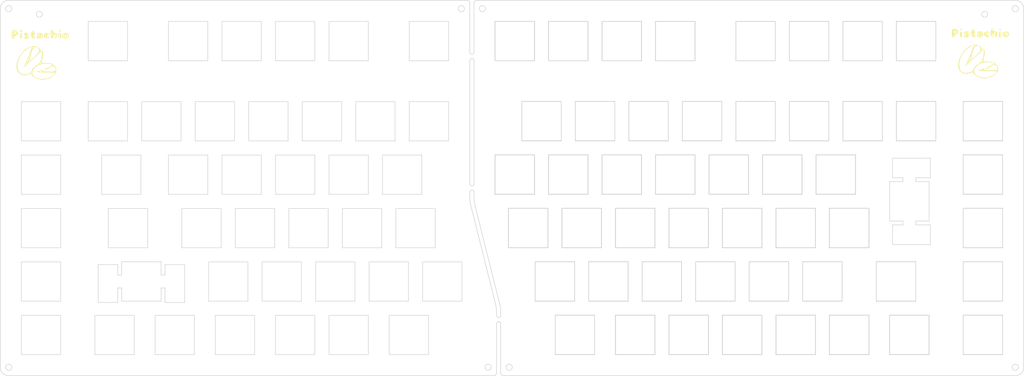
<source format=kicad_pcb>
(kicad_pcb (version 20171130) (host pcbnew "(5.1.5)-3")

  (general
    (thickness 1.6)
    (drawings 649)
    (tracks 0)
    (zones 0)
    (modules 4)
    (nets 1)
  )

  (page A3)
  (layers
    (0 F.Cu signal)
    (31 B.Cu signal)
    (32 B.Adhes user)
    (33 F.Adhes user)
    (34 B.Paste user)
    (35 F.Paste user)
    (36 B.SilkS user)
    (37 F.SilkS user)
    (38 B.Mask user)
    (39 F.Mask user)
    (40 Dwgs.User user hide)
    (41 Cmts.User user)
    (42 Eco1.User user)
    (43 Eco2.User user)
    (44 Edge.Cuts user)
    (45 Margin user)
    (46 B.CrtYd user)
    (47 F.CrtYd user)
    (48 B.Fab user)
    (49 F.Fab user)
  )

  (setup
    (last_trace_width 0.25)
    (trace_clearance 0.2)
    (zone_clearance 0.508)
    (zone_45_only no)
    (trace_min 0.2)
    (via_size 0.8)
    (via_drill 0.4)
    (via_min_size 0.4)
    (via_min_drill 0.3)
    (uvia_size 0.3)
    (uvia_drill 0.1)
    (uvias_allowed no)
    (uvia_min_size 0.2)
    (uvia_min_drill 0.1)
    (edge_width 0.05)
    (segment_width 0.2)
    (pcb_text_width 0.3)
    (pcb_text_size 1.5 1.5)
    (mod_edge_width 0.12)
    (mod_text_size 1 1)
    (mod_text_width 0.15)
    (pad_size 1.524 1.524)
    (pad_drill 0.762)
    (pad_to_mask_clearance 0.051)
    (solder_mask_min_width 0.25)
    (aux_axis_origin 0 0)
    (visible_elements 7FF9FFFF)
    (pcbplotparams
      (layerselection 0x010fc_ffffffff)
      (usegerberextensions false)
      (usegerberattributes false)
      (usegerberadvancedattributes false)
      (creategerberjobfile false)
      (excludeedgelayer true)
      (linewidth 0.100000)
      (plotframeref false)
      (viasonmask false)
      (mode 1)
      (useauxorigin false)
      (hpglpennumber 1)
      (hpglpenspeed 20)
      (hpglpendiameter 15.000000)
      (psnegative false)
      (psa4output false)
      (plotreference true)
      (plotvalue true)
      (plotinvisibletext false)
      (padsonsilk false)
      (subtractmaskfromsilk false)
      (outputformat 1)
      (mirror false)
      (drillshape 0)
      (scaleselection 1)
      (outputdirectory ""))
  )

  (net 0 "")

  (net_class Default "これはデフォルトのネット クラスです。"
    (clearance 0.2)
    (trace_width 0.25)
    (via_dia 0.8)
    (via_drill 0.4)
    (uvia_dia 0.3)
    (uvia_drill 0.1)
  )

  (module Pistachio:Pistachio_logo (layer F.Cu) (tedit 0) (tstamp 5F142D68)
    (at 368.808 40.64)
    (fp_text reference G*** (at 0 0) (layer F.SilkS) hide
      (effects (font (size 1.524 1.524) (thickness 0.3)))
    )
    (fp_text value LOGO (at 0.75 0) (layer F.SilkS) hide
      (effects (font (size 1.524 1.524) (thickness 0.3)))
    )
    (fp_poly (pts (xy -1.040978 -6.408902) (xy -0.216938 -6.082252) (xy 0.218016 -5.550789) (xy 0.264584 -5.267738)
      (xy 0.377693 -4.874196) (xy 0.759298 -4.883857) (xy 1.169186 -4.805874) (xy 1.396832 -4.303907)
      (xy 1.438994 -3.451945) (xy 1.292432 -2.323976) (xy 0.953903 -0.993988) (xy 0.932677 -0.926042)
      (xy 0.879881 -0.628816) (xy 1.038541 -0.483347) (xy 1.519932 -0.452705) (xy 2.251181 -0.488443)
      (xy 3.655969 -0.450817) (xy 4.724813 -0.108064) (xy 5.583255 0.585996) (xy 5.768242 0.805341)
      (xy 6.159758 1.40906) (xy 6.192604 1.870052) (xy 6.101085 2.08739) (xy 5.964732 2.545144)
      (xy 6.153677 2.741182) (xy 6.178442 2.985109) (xy 5.79443 3.490793) (xy 5.359721 3.92126)
      (xy 3.949912 4.905992) (xy 2.384569 5.438445) (xy 0.763943 5.502403) (xy -0.811714 5.081648)
      (xy -1.067517 4.960937) (xy -1.817022 4.502039) (xy -2.371993 4.017474) (xy -2.513623 3.817282)
      (xy -2.750998 3.461659) (xy -3.085042 3.426223) (xy -3.572856 3.606911) (xy -4.843285 3.923049)
      (xy -6.034174 3.805596) (xy -7.035183 3.284401) (xy -7.682273 2.495312) (xy -8.043552 1.291839)
      (xy -8.018092 0.509702) (xy -7.672917 0.509702) (xy -7.502908 1.9125) (xy -7.003289 2.904464)
      (xy -6.18967 3.475809) (xy -5.077661 3.616749) (xy -3.682874 3.317501) (xy -3.373437 3.204771)
      (xy -3.191258 3.081387) (xy -2.41511 3.081387) (xy -2.10609 3.915746) (xy -1.299292 4.609906)
      (xy -0.952014 4.787611) (xy 0.619176 5.233238) (xy 2.287257 5.173151) (xy 2.94154 5.022841)
      (xy 3.797101 4.696043) (xy 4.65698 4.228123) (xy 5.35913 3.721654) (xy 5.741503 3.279207)
      (xy 5.756339 3.241146) (xy 5.676733 3.097517) (xy 5.285911 2.999277) (xy 4.52179 2.94005)
      (xy 3.322285 2.913463) (xy 2.53559 2.910417) (xy 0.978711 2.888485) (xy -0.102426 2.823797)
      (xy -0.688077 2.718015) (xy -0.79375 2.630218) (xy -0.632742 2.469867) (xy -0.536937 2.508739)
      (xy -0.147901 2.506612) (xy 0.452865 2.287714) (xy 0.508257 2.259771) (xy 1.16776 1.952961)
      (xy 1.501714 1.866382) (xy 1.452713 2.004854) (xy 1.211864 2.20071) (xy 1.052065 2.367164)
      (xy 1.167187 2.477628) (xy 1.629955 2.547653) (xy 2.5131 2.592791) (xy 3.129319 2.610742)
      (xy 4.272395 2.630793) (xy 5.002421 2.604693) (xy 5.434987 2.509868) (xy 5.685683 2.323742)
      (xy 5.839705 2.081406) (xy 6.006151 1.601923) (xy 5.807251 1.225928) (xy 5.555845 1.004801)
      (xy 5.229698 0.773674) (xy 4.913273 0.694389) (xy 4.502995 0.800128) (xy 3.895292 1.124072)
      (xy 2.986591 1.699401) (xy 2.600941 1.951439) (xy 2.135468 2.218351) (xy 1.959819 2.168638)
      (xy 1.940278 1.99293) (xy 2.171138 1.676569) (xy 2.780017 1.284485) (xy 3.351389 1.016665)
      (xy 4.252262 0.609102) (xy 4.673885 0.314075) (xy 4.644243 0.093357) (xy 4.19132 -0.091285)
      (xy 4.167188 -0.09782) (xy 2.659608 -0.287515) (xy 1.105038 -0.117211) (xy -0.326715 0.374523)
      (xy -1.465847 1.149118) (xy -1.508939 1.191439) (xy -2.218632 2.15667) (xy -2.41511 3.081387)
      (xy -3.191258 3.081387) (xy -2.810082 2.82323) (xy -2.645833 2.426434) (xy -2.42552 1.802887)
      (xy -1.845956 1.092251) (xy -1.029202 0.427333) (xy -0.544676 0.140312) (xy 0.309098 -0.592877)
      (xy 0.846614 -1.732053) (xy 1.055855 -3.250242) (xy 1.058334 -3.457506) (xy 1.058334 -4.815341)
      (xy -1.785937 -2.220164) (xy -2.858564 -1.245668) (xy -3.844031 -0.358011) (xy -4.651206 0.36126)
      (xy -5.188954 0.830596) (xy -5.289774 0.91511) (xy -5.721753 1.261602) (xy -5.789053 1.272882)
      (xy -5.534719 0.951047) (xy -5.514161 0.926042) (xy -5.269706 0.515107) (xy -4.901145 -0.239427)
      (xy -4.840877 -0.372729) (xy -4.369603 -0.372729) (xy -4.21372 -0.45012) (xy -4.125811 -0.53271)
      (xy -3.855841 -0.965643) (xy -3.444892 -0.965643) (xy -1.753454 -2.533343) (xy -0.886147 -3.375169)
      (xy -0.360712 -4.000406) (xy -0.100644 -4.516466) (xy -0.031008 -4.951629) (xy -0.195213 -5.749324)
      (xy -0.703095 -6.174888) (xy -1.472095 -6.169783) (xy -1.661382 -6.107624) (xy -2.142104 -5.675733)
      (xy -2.58335 -4.752879) (xy -2.990319 -3.325489) (xy -3.283981 -1.871884) (xy -3.444892 -0.965643)
      (xy -3.855841 -0.965643) (xy -3.795078 -1.063084) (xy -3.549811 -1.805586) (xy -3.539776 -1.855627)
      (xy -3.447562 -2.476092) (xy -3.504513 -2.59671) (xy -3.712653 -2.215474) (xy -4.074003 -1.330377)
      (xy -4.076878 -1.322917) (xy -4.325449 -0.64008) (xy -4.369603 -0.372729) (xy -4.840877 -0.372729)
      (xy -4.452222 -1.232353) (xy -3.966683 -2.358466) (xy -3.488271 -3.512559) (xy -3.060732 -4.589425)
      (xy -2.727811 -5.483858) (xy -2.533251 -6.090652) (xy -2.509014 -6.301376) (xy -2.801523 -6.25833)
      (xy -3.374074 -5.969637) (xy -4.093662 -5.520417) (xy -4.82728 -4.995792) (xy -5.44192 -4.480881)
      (xy -5.600223 -4.323084) (xy -6.701663 -2.837867) (xy -7.412686 -1.194958) (xy -7.672716 0.4644)
      (xy -7.672917 0.509702) (xy -8.018092 0.509702) (xy -7.999074 -0.074535) (xy -7.606087 -1.510497)
      (xy -6.921838 -2.922737) (xy -6.003575 -4.217945) (xy -4.908544 -5.302808) (xy -3.693995 -6.084017)
      (xy -2.417173 -6.468259) (xy -2.170415 -6.488773) (xy -1.040978 -6.408902)) (layer F.SilkS) (width 0.01))
  )

  (module Pistachio:Pistachio_logo (layer F.Cu) (tedit 0) (tstamp 5F142D53)
    (at 33.528 41.148)
    (fp_text reference G*** (at 0 0) (layer F.SilkS) hide
      (effects (font (size 1.524 1.524) (thickness 0.3)))
    )
    (fp_text value LOGO (at 0.75 0) (layer F.SilkS) hide
      (effects (font (size 1.524 1.524) (thickness 0.3)))
    )
    (fp_poly (pts (xy -1.040978 -6.408902) (xy -0.216938 -6.082252) (xy 0.218016 -5.550789) (xy 0.264584 -5.267738)
      (xy 0.377693 -4.874196) (xy 0.759298 -4.883857) (xy 1.169186 -4.805874) (xy 1.396832 -4.303907)
      (xy 1.438994 -3.451945) (xy 1.292432 -2.323976) (xy 0.953903 -0.993988) (xy 0.932677 -0.926042)
      (xy 0.879881 -0.628816) (xy 1.038541 -0.483347) (xy 1.519932 -0.452705) (xy 2.251181 -0.488443)
      (xy 3.655969 -0.450817) (xy 4.724813 -0.108064) (xy 5.583255 0.585996) (xy 5.768242 0.805341)
      (xy 6.159758 1.40906) (xy 6.192604 1.870052) (xy 6.101085 2.08739) (xy 5.964732 2.545144)
      (xy 6.153677 2.741182) (xy 6.178442 2.985109) (xy 5.79443 3.490793) (xy 5.359721 3.92126)
      (xy 3.949912 4.905992) (xy 2.384569 5.438445) (xy 0.763943 5.502403) (xy -0.811714 5.081648)
      (xy -1.067517 4.960937) (xy -1.817022 4.502039) (xy -2.371993 4.017474) (xy -2.513623 3.817282)
      (xy -2.750998 3.461659) (xy -3.085042 3.426223) (xy -3.572856 3.606911) (xy -4.843285 3.923049)
      (xy -6.034174 3.805596) (xy -7.035183 3.284401) (xy -7.682273 2.495312) (xy -8.043552 1.291839)
      (xy -8.018092 0.509702) (xy -7.672917 0.509702) (xy -7.502908 1.9125) (xy -7.003289 2.904464)
      (xy -6.18967 3.475809) (xy -5.077661 3.616749) (xy -3.682874 3.317501) (xy -3.373437 3.204771)
      (xy -3.191258 3.081387) (xy -2.41511 3.081387) (xy -2.10609 3.915746) (xy -1.299292 4.609906)
      (xy -0.952014 4.787611) (xy 0.619176 5.233238) (xy 2.287257 5.173151) (xy 2.94154 5.022841)
      (xy 3.797101 4.696043) (xy 4.65698 4.228123) (xy 5.35913 3.721654) (xy 5.741503 3.279207)
      (xy 5.756339 3.241146) (xy 5.676733 3.097517) (xy 5.285911 2.999277) (xy 4.52179 2.94005)
      (xy 3.322285 2.913463) (xy 2.53559 2.910417) (xy 0.978711 2.888485) (xy -0.102426 2.823797)
      (xy -0.688077 2.718015) (xy -0.79375 2.630218) (xy -0.632742 2.469867) (xy -0.536937 2.508739)
      (xy -0.147901 2.506612) (xy 0.452865 2.287714) (xy 0.508257 2.259771) (xy 1.16776 1.952961)
      (xy 1.501714 1.866382) (xy 1.452713 2.004854) (xy 1.211864 2.20071) (xy 1.052065 2.367164)
      (xy 1.167187 2.477628) (xy 1.629955 2.547653) (xy 2.5131 2.592791) (xy 3.129319 2.610742)
      (xy 4.272395 2.630793) (xy 5.002421 2.604693) (xy 5.434987 2.509868) (xy 5.685683 2.323742)
      (xy 5.839705 2.081406) (xy 6.006151 1.601923) (xy 5.807251 1.225928) (xy 5.555845 1.004801)
      (xy 5.229698 0.773674) (xy 4.913273 0.694389) (xy 4.502995 0.800128) (xy 3.895292 1.124072)
      (xy 2.986591 1.699401) (xy 2.600941 1.951439) (xy 2.135468 2.218351) (xy 1.959819 2.168638)
      (xy 1.940278 1.99293) (xy 2.171138 1.676569) (xy 2.780017 1.284485) (xy 3.351389 1.016665)
      (xy 4.252262 0.609102) (xy 4.673885 0.314075) (xy 4.644243 0.093357) (xy 4.19132 -0.091285)
      (xy 4.167188 -0.09782) (xy 2.659608 -0.287515) (xy 1.105038 -0.117211) (xy -0.326715 0.374523)
      (xy -1.465847 1.149118) (xy -1.508939 1.191439) (xy -2.218632 2.15667) (xy -2.41511 3.081387)
      (xy -3.191258 3.081387) (xy -2.810082 2.82323) (xy -2.645833 2.426434) (xy -2.42552 1.802887)
      (xy -1.845956 1.092251) (xy -1.029202 0.427333) (xy -0.544676 0.140312) (xy 0.309098 -0.592877)
      (xy 0.846614 -1.732053) (xy 1.055855 -3.250242) (xy 1.058334 -3.457506) (xy 1.058334 -4.815341)
      (xy -1.785937 -2.220164) (xy -2.858564 -1.245668) (xy -3.844031 -0.358011) (xy -4.651206 0.36126)
      (xy -5.188954 0.830596) (xy -5.289774 0.91511) (xy -5.721753 1.261602) (xy -5.789053 1.272882)
      (xy -5.534719 0.951047) (xy -5.514161 0.926042) (xy -5.269706 0.515107) (xy -4.901145 -0.239427)
      (xy -4.840877 -0.372729) (xy -4.369603 -0.372729) (xy -4.21372 -0.45012) (xy -4.125811 -0.53271)
      (xy -3.855841 -0.965643) (xy -3.444892 -0.965643) (xy -1.753454 -2.533343) (xy -0.886147 -3.375169)
      (xy -0.360712 -4.000406) (xy -0.100644 -4.516466) (xy -0.031008 -4.951629) (xy -0.195213 -5.749324)
      (xy -0.703095 -6.174888) (xy -1.472095 -6.169783) (xy -1.661382 -6.107624) (xy -2.142104 -5.675733)
      (xy -2.58335 -4.752879) (xy -2.990319 -3.325489) (xy -3.283981 -1.871884) (xy -3.444892 -0.965643)
      (xy -3.855841 -0.965643) (xy -3.795078 -1.063084) (xy -3.549811 -1.805586) (xy -3.539776 -1.855627)
      (xy -3.447562 -2.476092) (xy -3.504513 -2.59671) (xy -3.712653 -2.215474) (xy -4.074003 -1.330377)
      (xy -4.076878 -1.322917) (xy -4.325449 -0.64008) (xy -4.369603 -0.372729) (xy -4.840877 -0.372729)
      (xy -4.452222 -1.232353) (xy -3.966683 -2.358466) (xy -3.488271 -3.512559) (xy -3.060732 -4.589425)
      (xy -2.727811 -5.483858) (xy -2.533251 -6.090652) (xy -2.509014 -6.301376) (xy -2.801523 -6.25833)
      (xy -3.374074 -5.969637) (xy -4.093662 -5.520417) (xy -4.82728 -4.995792) (xy -5.44192 -4.480881)
      (xy -5.600223 -4.323084) (xy -6.701663 -2.837867) (xy -7.412686 -1.194958) (xy -7.672716 0.4644)
      (xy -7.672917 0.509702) (xy -8.018092 0.509702) (xy -7.999074 -0.074535) (xy -7.606087 -1.510497)
      (xy -6.921838 -2.922737) (xy -6.003575 -4.217945) (xy -4.908544 -5.302808) (xy -3.693995 -6.084017)
      (xy -2.417173 -6.468259) (xy -2.170415 -6.488773) (xy -1.040978 -6.408902)) (layer F.SilkS) (width 0.01))
  )

  (module Pistachio:Pistachio (layer F.Cu) (tedit 0) (tstamp 5F142D86)
    (at 368.3 29.972)
    (fp_text reference G*** (at 0 0) (layer F.SilkS) hide
      (effects (font (size 1.524 1.524) (thickness 0.3)))
    )
    (fp_text value LOGO (at 0.75 0) (layer F.SilkS) hide
      (effects (font (size 1.524 1.524) (thickness 0.3)))
    )
    (fp_poly (pts (xy 7.725833 -1.375834) (xy 7.856071 -1.138883) (xy 7.535679 -1.060265) (xy 7.408333 -1.058333)
      (xy 6.987788 -1.11169) (xy 7.030056 -1.311195) (xy 7.090833 -1.375834) (xy 7.450875 -1.5571)
      (xy 7.725833 -1.375834)) (layer F.SilkS) (width 0.01))
    (fp_poly (pts (xy -6.131516 -1.37571) (xy -6.085417 -1.190625) (xy -6.121088 -0.849934) (xy -6.151563 -0.814638)
      (xy -6.418832 -0.917112) (xy -6.548438 -0.968979) (xy -6.857814 -1.249927) (xy -6.753367 -1.521426)
      (xy -6.482292 -1.5875) (xy -6.131516 -1.37571)) (layer F.SilkS) (width 0.01))
    (fp_poly (pts (xy 10.109141 -0.393382) (xy 10.487509 0.019666) (xy 10.537497 0.213001) (xy 10.447793 0.982178)
      (xy 10.000643 1.446627) (xy 9.311402 1.539276) (xy 8.665104 1.301724) (xy 8.278641 0.858554)
      (xy 8.22888 0.65697) (xy 9.076362 0.65697) (xy 9.28634 0.93226) (xy 9.543282 0.914742)
      (xy 9.769616 0.543559) (xy 9.789583 0.38126) (xy 9.627445 0.03855) (xy 9.291855 0.082541)
      (xy 9.128125 0.264583) (xy 9.076362 0.65697) (xy 8.22888 0.65697) (xy 8.202083 0.548416)
      (xy 8.404596 -0.028265) (xy 8.90104 -0.393414) (xy 9.52477 -0.523098) (xy 10.109141 -0.393382)) (layer F.SilkS) (width 0.01))
    (fp_poly (pts (xy 7.828163 -0.368361) (xy 7.9375 0.110652) (xy 7.844582 0.958099) (xy 7.599223 1.461625)
      (xy 7.251516 1.547369) (xy 7.055555 1.411111) (xy 6.934483 1.048011) (xy 6.879472 0.405165)
      (xy 6.879166 0.352778) (xy 6.94504 -0.266779) (xy 7.198599 -0.507291) (xy 7.408333 -0.529167)
      (xy 7.828163 -0.368361)) (layer F.SilkS) (width 0.01))
    (fp_poly (pts (xy 4.956219 -1.366442) (xy 5.027083 -1.046735) (xy 5.160417 -0.630882) (xy 5.357812 -0.548917)
      (xy 5.999647 -0.557333) (xy 6.280335 -0.285988) (xy 6.305181 0.375952) (xy 6.299825 0.442568)
      (xy 6.154916 1.141092) (xy 5.924153 1.501764) (xy 5.697377 1.479488) (xy 5.564428 1.029169)
      (xy 5.55625 0.815798) (xy 5.481523 0.249022) (xy 5.300791 0.000482) (xy 5.291666 0)
      (xy 5.091045 0.225939) (xy 5.027083 0.645843) (xy 4.925186 1.201833) (xy 4.694529 1.480991)
      (xy 4.447665 1.388036) (xy 4.363756 1.207395) (xy 4.164897 0.574821) (xy 4.108235 0.393981)
      (xy 4.054365 -0.214718) (xy 4.173633 -0.883955) (xy 4.408554 -1.408515) (xy 4.663281 -1.5875)
      (xy 4.956219 -1.366442)) (layer F.SilkS) (width 0.01))
    (fp_poly (pts (xy 3.449012 -0.475287) (xy 3.702158 -0.288421) (xy 3.704166 -0.264583) (xy 3.481741 -0.052188)
      (xy 3.155599 0) (xy 2.736845 0.138901) (xy 2.70217 0.463021) (xy 2.994978 0.822241)
      (xy 3.2788 0.841853) (xy 3.636209 0.904849) (xy 3.645359 1.106436) (xy 3.29643 1.451959)
      (xy 2.717601 1.515359) (xy 2.133369 1.28569) (xy 2.017354 1.185806) (xy 1.621638 0.556711)
      (xy 1.749624 -0.02717) (xy 1.905 -0.211667) (xy 2.335673 -0.430593) (xy 2.921931 -0.520572)
      (xy 3.449012 -0.475287)) (layer F.SilkS) (width 0.01))
    (fp_poly (pts (xy 0.626667 -0.533837) (xy 0.754404 -0.491942) (xy 1.176249 -0.219625) (xy 1.292202 0.278888)
      (xy 1.273703 0.587682) (xy 1.14514 1.191613) (xy 0.805328 1.445891) (xy 0.368548 1.509708)
      (xy -0.259597 1.506065) (xy -0.622363 1.406086) (xy -0.62364 1.404833) (xy -0.82792 0.91374)
      (xy -0.771687 0.79375) (xy 0 0.79375) (xy 0.090271 1.051454) (xy 0.116676 1.058333)
      (xy 0.342569 0.87293) (xy 0.396875 0.79375) (xy 0.375897 0.549941) (xy 0.280198 0.529167)
      (xy 0.010767 0.721231) (xy 0 0.79375) (xy -0.771687 0.79375) (xy -0.609476 0.447627)
      (xy -0.066146 0.189509) (xy 0.661458 0.079286) (xy -0.066146 0.039643) (xy -0.594803 -0.062706)
      (xy -0.79375 -0.233725) (xy -0.569769 -0.503185) (xy -0.030138 -0.614256) (xy 0.626667 -0.533837)) (layer F.SilkS) (width 0.01))
    (fp_poly (pts (xy -1.897927 -1.122438) (xy -1.852084 -0.94809) (xy -1.649744 -0.508402) (xy -1.521355 -0.418924)
      (xy -1.326779 -0.245165) (xy -1.521355 -0.110243) (xy -1.817422 0.236076) (xy -1.778307 0.658598)
      (xy -1.540656 0.853462) (xy -1.366265 1.082432) (xy -1.528693 1.387587) (xy -1.907166 1.579353)
      (xy -2.008294 1.5875) (xy -2.40632 1.369013) (xy -2.54116 1.124479) (xy -2.789839 0.499967)
      (xy -2.965778 0.144307) (xy -3.111032 -0.306521) (xy -2.946464 -0.473054) (xy -2.671602 -0.788097)
      (xy -2.645834 -0.94809) (xy -2.433563 -1.27962) (xy -2.248959 -1.322917) (xy -1.897927 -1.122438)) (layer F.SilkS) (width 0.01))
    (fp_poly (pts (xy -3.725415 -0.391055) (xy -3.791629 -0.125693) (xy -4.167188 0.016771) (xy -4.408191 0.068873)
      (xy -4.167153 0.217952) (xy -4.034896 0.272828) (xy -3.523743 0.592532) (xy -3.52199 0.977918)
      (xy -3.757084 1.27) (xy -4.264168 1.522104) (xy -4.903813 1.578651) (xy -5.37728 1.413664)
      (xy -5.379862 1.411111) (xy -5.562416 1.047273) (xy -5.312179 0.880164) (xy -4.960938 0.924797)
      (xy -4.582797 1.015528) (xy -4.594758 0.922112) (xy -5.009598 0.574089) (xy -5.027084 0.560037)
      (xy -5.421258 0.070484) (xy -5.339189 -0.316387) (xy -4.831875 -0.54298) (xy -4.034896 -0.560515)
      (xy -3.725415 -0.391055)) (layer F.SilkS) (width 0.01))
    (fp_poly (pts (xy -6.186428 -0.324674) (xy -6.085757 0.324242) (xy -6.085417 0.38126) (xy -6.170755 1.111737)
      (xy -6.392747 1.483611) (xy -6.700361 1.413324) (xy -6.709971 1.403918) (xy -6.826023 1.046243)
      (xy -6.878859 0.406414) (xy -6.879167 0.352778) (xy -6.783954 -0.314472) (xy -6.485228 -0.529156)
      (xy -6.482292 -0.529167) (xy -6.186428 -0.324674)) (layer F.SilkS) (width 0.01))
    (fp_poly (pts (xy -7.722963 -1.150062) (xy -7.453992 -0.543917) (xy -7.458623 -0.323397) (xy -7.714063 0.287754)
      (xy -8.202084 0.530632) (xy -8.698901 0.770777) (xy -8.863542 1.048213) (xy -9.048701 1.436501)
      (xy -9.430503 1.521764) (xy -9.607683 1.416623) (xy -9.714598 1.064818) (xy -9.780001 0.377614)
      (xy -9.789584 -0.039057) (xy -9.774986 -0.396875) (xy -8.995834 -0.396875) (xy -8.784044 -0.046099)
      (xy -8.598959 0) (xy -8.248182 -0.21179) (xy -8.202084 -0.396875) (xy -8.413874 -0.747652)
      (xy -8.598959 -0.79375) (xy -8.949735 -0.58196) (xy -8.995834 -0.396875) (xy -9.774986 -0.396875)
      (xy -9.757563 -0.823931) (xy -9.615459 -1.236708) (xy -9.294207 -1.432865) (xy -9.152769 -1.472665)
      (xy -8.331826 -1.488546) (xy -7.722963 -1.150062)) (layer F.SilkS) (width 0.01))
  )

  (module Pistachio:Pistachio (layer F.Cu) (tedit 0) (tstamp 5F142CE3)
    (at 33.528 30.48)
    (fp_text reference G*** (at 0 0) (layer F.SilkS) hide
      (effects (font (size 1.524 1.524) (thickness 0.3)))
    )
    (fp_text value LOGO (at 0.75 0) (layer F.SilkS) hide
      (effects (font (size 1.524 1.524) (thickness 0.3)))
    )
    (fp_poly (pts (xy 7.725833 -1.375834) (xy 7.856071 -1.138883) (xy 7.535679 -1.060265) (xy 7.408333 -1.058333)
      (xy 6.987788 -1.11169) (xy 7.030056 -1.311195) (xy 7.090833 -1.375834) (xy 7.450875 -1.5571)
      (xy 7.725833 -1.375834)) (layer F.SilkS) (width 0.01))
    (fp_poly (pts (xy -6.131516 -1.37571) (xy -6.085417 -1.190625) (xy -6.121088 -0.849934) (xy -6.151563 -0.814638)
      (xy -6.418832 -0.917112) (xy -6.548438 -0.968979) (xy -6.857814 -1.249927) (xy -6.753367 -1.521426)
      (xy -6.482292 -1.5875) (xy -6.131516 -1.37571)) (layer F.SilkS) (width 0.01))
    (fp_poly (pts (xy 10.109141 -0.393382) (xy 10.487509 0.019666) (xy 10.537497 0.213001) (xy 10.447793 0.982178)
      (xy 10.000643 1.446627) (xy 9.311402 1.539276) (xy 8.665104 1.301724) (xy 8.278641 0.858554)
      (xy 8.22888 0.65697) (xy 9.076362 0.65697) (xy 9.28634 0.93226) (xy 9.543282 0.914742)
      (xy 9.769616 0.543559) (xy 9.789583 0.38126) (xy 9.627445 0.03855) (xy 9.291855 0.082541)
      (xy 9.128125 0.264583) (xy 9.076362 0.65697) (xy 8.22888 0.65697) (xy 8.202083 0.548416)
      (xy 8.404596 -0.028265) (xy 8.90104 -0.393414) (xy 9.52477 -0.523098) (xy 10.109141 -0.393382)) (layer F.SilkS) (width 0.01))
    (fp_poly (pts (xy 7.828163 -0.368361) (xy 7.9375 0.110652) (xy 7.844582 0.958099) (xy 7.599223 1.461625)
      (xy 7.251516 1.547369) (xy 7.055555 1.411111) (xy 6.934483 1.048011) (xy 6.879472 0.405165)
      (xy 6.879166 0.352778) (xy 6.94504 -0.266779) (xy 7.198599 -0.507291) (xy 7.408333 -0.529167)
      (xy 7.828163 -0.368361)) (layer F.SilkS) (width 0.01))
    (fp_poly (pts (xy 4.956219 -1.366442) (xy 5.027083 -1.046735) (xy 5.160417 -0.630882) (xy 5.357812 -0.548917)
      (xy 5.999647 -0.557333) (xy 6.280335 -0.285988) (xy 6.305181 0.375952) (xy 6.299825 0.442568)
      (xy 6.154916 1.141092) (xy 5.924153 1.501764) (xy 5.697377 1.479488) (xy 5.564428 1.029169)
      (xy 5.55625 0.815798) (xy 5.481523 0.249022) (xy 5.300791 0.000482) (xy 5.291666 0)
      (xy 5.091045 0.225939) (xy 5.027083 0.645843) (xy 4.925186 1.201833) (xy 4.694529 1.480991)
      (xy 4.447665 1.388036) (xy 4.363756 1.207395) (xy 4.164897 0.574821) (xy 4.108235 0.393981)
      (xy 4.054365 -0.214718) (xy 4.173633 -0.883955) (xy 4.408554 -1.408515) (xy 4.663281 -1.5875)
      (xy 4.956219 -1.366442)) (layer F.SilkS) (width 0.01))
    (fp_poly (pts (xy 3.449012 -0.475287) (xy 3.702158 -0.288421) (xy 3.704166 -0.264583) (xy 3.481741 -0.052188)
      (xy 3.155599 0) (xy 2.736845 0.138901) (xy 2.70217 0.463021) (xy 2.994978 0.822241)
      (xy 3.2788 0.841853) (xy 3.636209 0.904849) (xy 3.645359 1.106436) (xy 3.29643 1.451959)
      (xy 2.717601 1.515359) (xy 2.133369 1.28569) (xy 2.017354 1.185806) (xy 1.621638 0.556711)
      (xy 1.749624 -0.02717) (xy 1.905 -0.211667) (xy 2.335673 -0.430593) (xy 2.921931 -0.520572)
      (xy 3.449012 -0.475287)) (layer F.SilkS) (width 0.01))
    (fp_poly (pts (xy 0.626667 -0.533837) (xy 0.754404 -0.491942) (xy 1.176249 -0.219625) (xy 1.292202 0.278888)
      (xy 1.273703 0.587682) (xy 1.14514 1.191613) (xy 0.805328 1.445891) (xy 0.368548 1.509708)
      (xy -0.259597 1.506065) (xy -0.622363 1.406086) (xy -0.62364 1.404833) (xy -0.82792 0.91374)
      (xy -0.771687 0.79375) (xy 0 0.79375) (xy 0.090271 1.051454) (xy 0.116676 1.058333)
      (xy 0.342569 0.87293) (xy 0.396875 0.79375) (xy 0.375897 0.549941) (xy 0.280198 0.529167)
      (xy 0.010767 0.721231) (xy 0 0.79375) (xy -0.771687 0.79375) (xy -0.609476 0.447627)
      (xy -0.066146 0.189509) (xy 0.661458 0.079286) (xy -0.066146 0.039643) (xy -0.594803 -0.062706)
      (xy -0.79375 -0.233725) (xy -0.569769 -0.503185) (xy -0.030138 -0.614256) (xy 0.626667 -0.533837)) (layer F.SilkS) (width 0.01))
    (fp_poly (pts (xy -1.897927 -1.122438) (xy -1.852084 -0.94809) (xy -1.649744 -0.508402) (xy -1.521355 -0.418924)
      (xy -1.326779 -0.245165) (xy -1.521355 -0.110243) (xy -1.817422 0.236076) (xy -1.778307 0.658598)
      (xy -1.540656 0.853462) (xy -1.366265 1.082432) (xy -1.528693 1.387587) (xy -1.907166 1.579353)
      (xy -2.008294 1.5875) (xy -2.40632 1.369013) (xy -2.54116 1.124479) (xy -2.789839 0.499967)
      (xy -2.965778 0.144307) (xy -3.111032 -0.306521) (xy -2.946464 -0.473054) (xy -2.671602 -0.788097)
      (xy -2.645834 -0.94809) (xy -2.433563 -1.27962) (xy -2.248959 -1.322917) (xy -1.897927 -1.122438)) (layer F.SilkS) (width 0.01))
    (fp_poly (pts (xy -3.725415 -0.391055) (xy -3.791629 -0.125693) (xy -4.167188 0.016771) (xy -4.408191 0.068873)
      (xy -4.167153 0.217952) (xy -4.034896 0.272828) (xy -3.523743 0.592532) (xy -3.52199 0.977918)
      (xy -3.757084 1.27) (xy -4.264168 1.522104) (xy -4.903813 1.578651) (xy -5.37728 1.413664)
      (xy -5.379862 1.411111) (xy -5.562416 1.047273) (xy -5.312179 0.880164) (xy -4.960938 0.924797)
      (xy -4.582797 1.015528) (xy -4.594758 0.922112) (xy -5.009598 0.574089) (xy -5.027084 0.560037)
      (xy -5.421258 0.070484) (xy -5.339189 -0.316387) (xy -4.831875 -0.54298) (xy -4.034896 -0.560515)
      (xy -3.725415 -0.391055)) (layer F.SilkS) (width 0.01))
    (fp_poly (pts (xy -6.186428 -0.324674) (xy -6.085757 0.324242) (xy -6.085417 0.38126) (xy -6.170755 1.111737)
      (xy -6.392747 1.483611) (xy -6.700361 1.413324) (xy -6.709971 1.403918) (xy -6.826023 1.046243)
      (xy -6.878859 0.406414) (xy -6.879167 0.352778) (xy -6.783954 -0.314472) (xy -6.485228 -0.529156)
      (xy -6.482292 -0.529167) (xy -6.186428 -0.324674)) (layer F.SilkS) (width 0.01))
    (fp_poly (pts (xy -7.722963 -1.150062) (xy -7.453992 -0.543917) (xy -7.458623 -0.323397) (xy -7.714063 0.287754)
      (xy -8.202084 0.530632) (xy -8.698901 0.770777) (xy -8.863542 1.048213) (xy -9.048701 1.436501)
      (xy -9.430503 1.521764) (xy -9.607683 1.416623) (xy -9.714598 1.064818) (xy -9.780001 0.377614)
      (xy -9.789584 -0.039057) (xy -9.774986 -0.396875) (xy -8.995834 -0.396875) (xy -8.784044 -0.046099)
      (xy -8.598959 0) (xy -8.248182 -0.21179) (xy -8.202084 -0.396875) (xy -8.413874 -0.747652)
      (xy -8.598959 -0.79375) (xy -8.949735 -0.58196) (xy -8.995834 -0.396875) (xy -9.774986 -0.396875)
      (xy -9.757563 -0.823931) (xy -9.615459 -1.236708) (xy -9.294207 -1.432865) (xy -9.152769 -1.472665)
      (xy -8.331826 -1.488546) (xy -7.722963 -1.150062)) (layer F.SilkS) (width 0.01))
  )

  (gr_arc (start 187.630528 39.828511) (end 188.380528 39.828511) (angle -90) (layer Edge.Cuts) (width 0.2))
  (gr_arc (start 197.156173 130.653246) (end 196.406173 130.653246) (angle -90) (layer Edge.Cuts) (width 0.2))
  (gr_arc (start 187.630528 86.740879) (end 187.630528 85.990879) (angle -90) (layer Edge.Cuts) (width 0.2))
  (gr_arc (start 187.630528 83.740879) (end 187.630528 84.490879) (angle -90) (layer Edge.Cuts) (width 0.2))
  (gr_line (start 197.906173 129.334397) (end 197.906173 130.653246) (layer Edge.Cuts) (width 0.2))
  (gr_arc (start 197.156173 133.653246) (end 197.906173 133.653246) (angle -90) (layer Edge.Cuts) (width 0.2))
  (gr_line (start 196.406173 129.334397) (end 196.406173 130.653246) (layer Edge.Cuts) (width 0.2))
  (gr_arc (start 197.156173 133.653246) (end 197.156173 132.903246) (angle -90) (layer Edge.Cuts) (width 0.2))
  (gr_arc (start 187.630528 86.740879) (end 188.380528 86.740879) (angle -90) (layer Edge.Cuts) (width 0.2))
  (gr_circle (center 33.62866 23.328511) (end 34.67866 23.328511) (layer Edge.Cuts) (width 0.2))
  (gr_arc (start 197.156173 130.653246) (end 197.156173 131.403246) (angle -90) (layer Edge.Cuts) (width 0.2))
  (gr_arc (start 187.630528 83.740879) (end 186.880528 83.740879) (angle -90) (layer Edge.Cuts) (width 0.2))
  (gr_line (start 188.380528 86.740879) (end 188.380528 88.772076) (layer Edge.Cuts) (width 0.2))
  (gr_line (start 186.880528 86.740879) (end 186.880528 88.772076) (layer Edge.Cuts) (width 0.2))
  (gr_circle (center 370.20881 23.328511) (end 371.25881 23.328511) (layer Edge.Cuts) (width 0.2))
  (gr_line (start 376.61835 92.503623) (end 376.61835 106.5526) (layer Edge.Cuts) (width 0.2))
  (gr_line (start 257.794071 130.603523) (end 271.8436 130.603523) (layer Edge.Cuts) (width 0.2))
  (gr_line (start 229.219071 111.553623) (end 243.2686 111.553623) (layer Edge.Cuts) (width 0.2))
  (gr_line (start 362.568821 144.6525) (end 362.568821 130.603523) (layer Edge.Cuts) (width 0.2))
  (gr_line (start 376.61835 144.6525) (end 362.568821 144.6525) (layer Edge.Cuts) (width 0.2))
  (gr_line (start 376.61835 111.553623) (end 376.61835 125.6026) (layer Edge.Cuts) (width 0.2))
  (gr_line (start 276.844071 144.6525) (end 276.844071 130.603523) (layer Edge.Cuts) (width 0.2))
  (gr_line (start 314.944071 144.6525) (end 314.944071 130.603523) (layer Edge.Cuts) (width 0.2))
  (gr_line (start 243.2686 111.553623) (end 243.2686 125.6026) (layer Edge.Cuts) (width 0.2))
  (gr_line (start 238.744021 130.603523) (end 252.79355 130.603523) (layer Edge.Cuts) (width 0.2))
  (gr_line (start 217.312721 144.6525) (end 217.312721 130.603523) (layer Edge.Cuts) (width 0.2))
  (gr_line (start 362.568821 130.603523) (end 376.61835 130.603523) (layer Edge.Cuts) (width 0.2))
  (gr_line (start 290.8936 130.603523) (end 290.8936 144.6525) (layer Edge.Cuts) (width 0.2))
  (gr_line (start 362.568821 106.5526) (end 362.568821 92.503623) (layer Edge.Cuts) (width 0.2))
  (gr_line (start 328.9936 130.603523) (end 328.9936 144.6525) (layer Edge.Cuts) (width 0.2))
  (gr_line (start 217.312721 130.603523) (end 231.36225 130.603523) (layer Edge.Cuts) (width 0.2))
  (gr_line (start 345.66235 125.6026) (end 331.612821 125.6026) (layer Edge.Cuts) (width 0.2))
  (gr_line (start 345.66235 111.553623) (end 345.66235 125.6026) (layer Edge.Cuts) (width 0.2))
  (gr_line (start 336.373821 130.603523) (end 350.42335 130.603523) (layer Edge.Cuts) (width 0.2))
  (gr_line (start 350.42335 130.603523) (end 350.42335 144.6525) (layer Edge.Cuts) (width 0.2))
  (gr_line (start 231.36225 144.6525) (end 217.312721 144.6525) (layer Edge.Cuts) (width 0.2))
  (gr_line (start 271.8436 144.6525) (end 257.794071 144.6525) (layer Edge.Cuts) (width 0.2))
  (gr_line (start 362.568821 125.6026) (end 362.568821 111.553623) (layer Edge.Cuts) (width 0.2))
  (gr_line (start 376.61835 125.6026) (end 362.568821 125.6026) (layer Edge.Cuts) (width 0.2))
  (gr_line (start 331.612821 111.553623) (end 345.66235 111.553623) (layer Edge.Cuts) (width 0.2))
  (gr_line (start 257.794071 144.6525) (end 257.794071 130.603523) (layer Edge.Cuts) (width 0.2))
  (gr_line (start 252.79355 130.603523) (end 252.79355 144.6525) (layer Edge.Cuts) (width 0.2))
  (gr_line (start 362.568821 111.553623) (end 376.61835 111.553623) (layer Edge.Cuts) (width 0.2))
  (gr_line (start 262.3186 125.6026) (end 248.269071 125.6026) (layer Edge.Cuts) (width 0.2))
  (gr_line (start 336.373821 144.6525) (end 336.373821 130.603523) (layer Edge.Cuts) (width 0.2))
  (gr_line (start 210.169021 125.6026) (end 210.169021 111.553623) (layer Edge.Cuts) (width 0.2))
  (gr_line (start 243.2686 125.6026) (end 229.219071 125.6026) (layer Edge.Cuts) (width 0.2))
  (gr_line (start 309.9436 130.603523) (end 309.9436 144.6525) (layer Edge.Cuts) (width 0.2))
  (gr_line (start 328.9936 144.6525) (end 314.944071 144.6525) (layer Edge.Cuts) (width 0.2))
  (gr_line (start 362.568821 92.503623) (end 376.61835 92.503623) (layer Edge.Cuts) (width 0.2))
  (gr_line (start 314.944071 130.603523) (end 328.9936 130.603523) (layer Edge.Cuts) (width 0.2))
  (gr_line (start 231.36225 130.603523) (end 231.36225 144.6525) (layer Edge.Cuts) (width 0.2))
  (gr_line (start 276.844071 130.603523) (end 290.8936 130.603523) (layer Edge.Cuts) (width 0.2))
  (gr_line (start 271.8436 130.603523) (end 271.8436 144.6525) (layer Edge.Cuts) (width 0.2))
  (gr_line (start 295.894071 144.6525) (end 295.894071 130.603523) (layer Edge.Cuts) (width 0.2))
  (gr_arc (start 187.630528 39.828511) (end 187.630528 39.078511) (angle -90) (layer Edge.Cuts) (width 0.2))
  (gr_arc (start 187.630528 36.828511) (end 187.630528 37.578511) (angle -90) (layer Edge.Cuts) (width 0.2))
  (gr_arc (start 187.630528 36.828511) (end 186.880528 36.828511) (angle -90) (layer Edge.Cuts) (width 0.2))
  (gr_line (start 350.42415 97.0276) (end 345.69851 97.0276) (layer Edge.Cuts) (width 0.2))
  (gr_line (start 376.61835 130.603523) (end 376.61835 144.6525) (layer Edge.Cuts) (width 0.2))
  (gr_line (start 376.61835 106.5526) (end 362.568821 106.5526) (layer Edge.Cuts) (width 0.2))
  (gr_line (start 331.612821 125.6026) (end 331.612821 111.553623) (layer Edge.Cuts) (width 0.2))
  (gr_line (start 295.894071 130.603523) (end 309.9436 130.603523) (layer Edge.Cuts) (width 0.2))
  (gr_line (start 350.42335 144.6525) (end 336.373821 144.6525) (layer Edge.Cuts) (width 0.2))
  (gr_line (start 248.269071 125.6026) (end 248.269071 111.553623) (layer Edge.Cuts) (width 0.2))
  (gr_line (start 238.744021 144.6525) (end 238.744021 130.603523) (layer Edge.Cuts) (width 0.2))
  (gr_line (start 252.79355 144.6525) (end 238.744021 144.6525) (layer Edge.Cuts) (width 0.2))
  (gr_line (start 309.9436 144.6525) (end 295.894071 144.6525) (layer Edge.Cuts) (width 0.2))
  (gr_line (start 248.269071 111.553623) (end 262.3186 111.553623) (layer Edge.Cuts) (width 0.2))
  (gr_line (start 262.3186 111.553623) (end 262.3186 125.6026) (layer Edge.Cuts) (width 0.2))
  (gr_line (start 290.8936 144.6525) (end 276.844071 144.6525) (layer Edge.Cuts) (width 0.2))
  (gr_line (start 229.219071 125.6026) (end 229.219071 111.553623) (layer Edge.Cuts) (width 0.2))
  (gr_line (start 238.50605 54.403623) (end 238.50605 68.4526) (layer Edge.Cuts) (width 0.2))
  (gr_line (start 300.4186 125.6026) (end 286.369071 125.6026) (layer Edge.Cuts) (width 0.2))
  (gr_line (start 214.69351 106.5526) (end 200.643981 106.5526) (layer Edge.Cuts) (width 0.2))
  (gr_line (start 271.84356 106.5526) (end 257.794031 106.5526) (layer Edge.Cuts) (width 0.2))
  (gr_line (start 276.844031 92.503623) (end 290.89356 92.503623) (layer Edge.Cuts) (width 0.2))
  (gr_line (start 309.94216 92.503623) (end 309.94216 106.5526) (layer Edge.Cuts) (width 0.2))
  (gr_line (start 248.03105 87.5026) (end 233.981521 87.5026) (layer Edge.Cuts) (width 0.2))
  (gr_line (start 238.744031 92.503623) (end 252.79356 92.503623) (layer Edge.Cuts) (width 0.2))
  (gr_line (start 319.4672 111.553623) (end 319.4672 125.6026) (layer Edge.Cuts) (width 0.2))
  (gr_line (start 305.417671 111.553623) (end 319.4672 111.553623) (layer Edge.Cuts) (width 0.2))
  (gr_line (start 219.45605 54.403623) (end 219.45605 68.4526) (layer Edge.Cuts) (width 0.2))
  (gr_line (start 200.643981 92.503623) (end 214.69351 92.503623) (layer Edge.Cuts) (width 0.2))
  (gr_line (start 328.99186 92.503623) (end 328.99186 106.5526) (layer Edge.Cuts) (width 0.2))
  (gr_line (start 233.74356 106.5526) (end 219.694031 106.5526) (layer Edge.Cuts) (width 0.2))
  (gr_line (start 310.179821 87.5026) (end 310.179821 73.453623) (layer Edge.Cuts) (width 0.2))
  (gr_line (start 209.931 87.5026) (end 195.881471 87.5026) (layer Edge.Cuts) (width 0.2))
  (gr_line (start 205.406521 68.4526) (end 205.406521 54.403623) (layer Edge.Cuts) (width 0.2))
  (gr_line (start 214.69351 92.503623) (end 214.69351 106.5526) (layer Edge.Cuts) (width 0.2))
  (gr_line (start 224.21855 125.6026) (end 210.169021 125.6026) (layer Edge.Cuts) (width 0.2))
  (gr_line (start 233.74356 92.503623) (end 233.74356 106.5526) (layer Edge.Cuts) (width 0.2))
  (gr_line (start 233.981521 73.453623) (end 248.03105 73.453623) (layer Edge.Cuts) (width 0.2))
  (gr_line (start 195.881471 87.5026) (end 195.881471 73.453623) (layer Edge.Cuts) (width 0.2))
  (gr_line (start 195.881471 73.453623) (end 209.931 73.453623) (layer Edge.Cuts) (width 0.2))
  (gr_line (start 205.406521 54.403623) (end 219.45605 54.403623) (layer Edge.Cuts) (width 0.2))
  (gr_line (start 228.98105 87.5026) (end 214.931521 87.5026) (layer Edge.Cuts) (width 0.2))
  (gr_line (start 224.456521 68.4526) (end 224.456521 54.403623) (layer Edge.Cuts) (width 0.2))
  (gr_line (start 257.794031 92.503623) (end 271.84356 92.503623) (layer Edge.Cuts) (width 0.2))
  (gr_line (start 224.21855 111.553623) (end 224.21855 125.6026) (layer Edge.Cuts) (width 0.2))
  (gr_line (start 290.89356 106.5526) (end 276.844031 106.5526) (layer Edge.Cuts) (width 0.2))
  (gr_line (start 219.45605 68.4526) (end 205.406521 68.4526) (layer Edge.Cuts) (width 0.2))
  (gr_line (start 267.319071 125.6026) (end 267.319071 111.553623) (layer Edge.Cuts) (width 0.2))
  (gr_line (start 238.744031 106.5526) (end 238.744031 92.503623) (layer Edge.Cuts) (width 0.2))
  (gr_line (start 305.417671 125.6026) (end 305.417671 111.553623) (layer Edge.Cuts) (width 0.2))
  (gr_line (start 286.369071 125.6026) (end 286.369071 111.553623) (layer Edge.Cuts) (width 0.2))
  (gr_line (start 281.3686 125.6026) (end 267.319071 125.6026) (layer Edge.Cuts) (width 0.2))
  (gr_line (start 252.79356 106.5526) (end 238.744031 106.5526) (layer Edge.Cuts) (width 0.2))
  (gr_line (start 219.694031 106.5526) (end 219.694031 92.503623) (layer Edge.Cuts) (width 0.2))
  (gr_line (start 214.931521 87.5026) (end 214.931521 73.453623) (layer Edge.Cuts) (width 0.2))
  (gr_line (start 286.369071 111.553623) (end 300.4186 111.553623) (layer Edge.Cuts) (width 0.2))
  (gr_line (start 281.3686 111.553623) (end 281.3686 125.6026) (layer Edge.Cuts) (width 0.2))
  (gr_line (start 267.319071 111.553623) (end 281.3686 111.553623) (layer Edge.Cuts) (width 0.2))
  (gr_line (start 252.79356 92.503623) (end 252.79356 106.5526) (layer Edge.Cuts) (width 0.2))
  (gr_line (start 228.98105 73.453623) (end 228.98105 87.5026) (layer Edge.Cuts) (width 0.2))
  (gr_line (start 214.931521 73.453623) (end 228.98105 73.453623) (layer Edge.Cuts) (width 0.2))
  (gr_line (start 219.694031 92.503623) (end 233.74356 92.503623) (layer Edge.Cuts) (width 0.2))
  (gr_line (start 295.892631 92.503623) (end 309.94216 92.503623) (layer Edge.Cuts) (width 0.2))
  (gr_line (start 238.50605 68.4526) (end 224.456521 68.4526) (layer Edge.Cuts) (width 0.2))
  (gr_line (start 200.643981 106.5526) (end 200.643981 92.503623) (layer Edge.Cuts) (width 0.2))
  (gr_line (start 295.892631 106.5526) (end 295.892631 92.503623) (layer Edge.Cuts) (width 0.2))
  (gr_line (start 314.942331 106.5526) (end 314.942331 92.503623) (layer Edge.Cuts) (width 0.2))
  (gr_line (start 309.94216 106.5526) (end 295.892631 106.5526) (layer Edge.Cuts) (width 0.2))
  (gr_line (start 276.844031 106.5526) (end 276.844031 92.503623) (layer Edge.Cuts) (width 0.2))
  (gr_line (start 290.89356 92.503623) (end 290.89356 106.5526) (layer Edge.Cuts) (width 0.2))
  (gr_line (start 233.981521 87.5026) (end 233.981521 73.453623) (layer Edge.Cuts) (width 0.2))
  (gr_line (start 210.169021 111.553623) (end 224.21855 111.553623) (layer Edge.Cuts) (width 0.2))
  (gr_line (start 328.99186 106.5526) (end 314.942331 106.5526) (layer Edge.Cuts) (width 0.2))
  (gr_line (start 314.942331 92.503623) (end 328.99186 92.503623) (layer Edge.Cuts) (width 0.2))
  (gr_line (start 271.84356 92.503623) (end 271.84356 106.5526) (layer Edge.Cuts) (width 0.2))
  (gr_line (start 257.794031 106.5526) (end 257.794031 92.503623) (layer Edge.Cuts) (width 0.2))
  (gr_line (start 209.931 73.453623) (end 209.931 87.5026) (layer Edge.Cuts) (width 0.2))
  (gr_line (start 248.03105 73.453623) (end 248.03105 87.5026) (layer Edge.Cuts) (width 0.2))
  (gr_line (start 224.456521 54.403623) (end 238.50605 54.403623) (layer Edge.Cuts) (width 0.2))
  (gr_line (start 319.4672 125.6026) (end 305.417671 125.6026) (layer Edge.Cuts) (width 0.2))
  (gr_line (start 300.4186 111.553623) (end 300.4186 125.6026) (layer Edge.Cuts) (width 0.2))
  (gr_line (start 300.656821 68.4526) (end 300.656821 54.403623) (layer Edge.Cuts) (width 0.2))
  (gr_line (start 291.130121 73.453623) (end 305.17965 73.453623) (layer Edge.Cuts) (width 0.2))
  (gr_line (start 267.08105 87.5026) (end 253.031521 87.5026) (layer Edge.Cuts) (width 0.2))
  (gr_line (start 300.656821 54.403623) (end 314.70635 54.403623) (layer Edge.Cuts) (width 0.2))
  (gr_line (start 362.568821 87.5026) (end 362.568821 73.453623) (layer Edge.Cuts) (width 0.2))
  (gr_line (start 362.568821 54.403623) (end 376.61835 54.403623) (layer Edge.Cuts) (width 0.2))
  (gr_line (start 338.756821 25.829023) (end 352.80635 25.829023) (layer Edge.Cuts) (width 0.2))
  (gr_line (start 319.706821 39.878) (end 319.706821 25.829023) (layer Edge.Cuts) (width 0.2))
  (gr_line (start 300.656821 25.829023) (end 314.70635 25.829023) (layer Edge.Cuts) (width 0.2))
  (gr_line (start 281.606521 25.829023) (end 295.65605 25.829023) (layer Edge.Cuts) (width 0.2))
  (gr_line (start 286.13105 87.5026) (end 272.081521 87.5026) (layer Edge.Cuts) (width 0.2))
  (gr_line (start 286.13105 73.453623) (end 286.13105 87.5026) (layer Edge.Cuts) (width 0.2))
  (gr_line (start 253.031521 87.5026) (end 253.031521 73.453623) (layer Edge.Cuts) (width 0.2))
  (gr_line (start 295.65605 54.403623) (end 295.65605 68.4526) (layer Edge.Cuts) (width 0.2))
  (gr_line (start 257.55605 54.403623) (end 257.55605 68.4526) (layer Edge.Cuts) (width 0.2))
  (gr_line (start 243.506521 54.403623) (end 257.55605 54.403623) (layer Edge.Cuts) (width 0.2))
  (gr_line (start 276.60605 54.403623) (end 276.60605 68.4526) (layer Edge.Cuts) (width 0.2))
  (gr_line (start 267.08105 73.453623) (end 267.08105 87.5026) (layer Edge.Cuts) (width 0.2))
  (gr_line (start 338.756821 54.403623) (end 352.80635 54.403623) (layer Edge.Cuts) (width 0.2))
  (gr_line (start 281.606521 54.403623) (end 295.65605 54.403623) (layer Edge.Cuts) (width 0.2))
  (gr_line (start 319.706821 68.4526) (end 319.706821 54.403623) (layer Edge.Cuts) (width 0.2))
  (gr_line (start 319.706821 54.403623) (end 333.75635 54.403623) (layer Edge.Cuts) (width 0.2))
  (gr_line (start 243.506521 68.4526) (end 243.506521 54.403623) (layer Edge.Cuts) (width 0.2))
  (gr_line (start 338.756821 68.4526) (end 338.756821 54.403623) (layer Edge.Cuts) (width 0.2))
  (gr_line (start 376.61835 68.4526) (end 362.568821 68.4526) (layer Edge.Cuts) (width 0.2))
  (gr_line (start 338.756821 39.878) (end 338.756821 25.829023) (layer Edge.Cuts) (width 0.2))
  (gr_line (start 314.70635 39.878) (end 300.656821 39.878) (layer Edge.Cuts) (width 0.2))
  (gr_line (start 352.80635 25.829023) (end 352.80635 39.878) (layer Edge.Cuts) (width 0.2))
  (gr_line (start 281.606521 39.878) (end 281.606521 25.829023) (layer Edge.Cuts) (width 0.2))
  (gr_line (start 295.65605 25.829023) (end 295.65605 39.878) (layer Edge.Cuts) (width 0.2))
  (gr_line (start 333.75635 54.403623) (end 333.75635 68.4526) (layer Edge.Cuts) (width 0.2))
  (gr_line (start 352.80635 68.4526) (end 338.756821 68.4526) (layer Edge.Cuts) (width 0.2))
  (gr_line (start 262.556521 68.4526) (end 262.556521 54.403623) (layer Edge.Cuts) (width 0.2))
  (gr_line (start 262.556521 54.403623) (end 276.60605 54.403623) (layer Edge.Cuts) (width 0.2))
  (gr_line (start 314.70635 68.4526) (end 300.656821 68.4526) (layer Edge.Cuts) (width 0.2))
  (gr_line (start 333.75635 68.4526) (end 319.706821 68.4526) (layer Edge.Cuts) (width 0.2))
  (gr_line (start 362.568821 73.453623) (end 376.61835 73.453623) (layer Edge.Cuts) (width 0.2))
  (gr_line (start 376.61835 54.403623) (end 376.61835 68.4526) (layer Edge.Cuts) (width 0.2))
  (gr_line (start 319.706821 25.829023) (end 333.75635 25.829023) (layer Edge.Cuts) (width 0.2))
  (gr_line (start 314.70635 25.829023) (end 314.70635 39.878) (layer Edge.Cuts) (width 0.2))
  (gr_line (start 314.70635 54.403623) (end 314.70635 68.4526) (layer Edge.Cuts) (width 0.2))
  (gr_line (start 376.61835 87.5026) (end 362.568821 87.5026) (layer Edge.Cuts) (width 0.2))
  (gr_line (start 362.568821 68.4526) (end 362.568821 54.403623) (layer Edge.Cuts) (width 0.2))
  (gr_line (start 253.031521 39.878) (end 253.031521 25.829023) (layer Edge.Cuts) (width 0.2))
  (gr_line (start 352.80635 39.878) (end 338.756821 39.878) (layer Edge.Cuts) (width 0.2))
  (gr_line (start 333.75635 39.878) (end 319.706821 39.878) (layer Edge.Cuts) (width 0.2))
  (gr_line (start 300.656821 39.878) (end 300.656821 25.829023) (layer Edge.Cuts) (width 0.2))
  (gr_line (start 295.65605 39.878) (end 281.606521 39.878) (layer Edge.Cuts) (width 0.2))
  (gr_line (start 352.80635 54.403623) (end 352.80635 68.4526) (layer Edge.Cuts) (width 0.2))
  (gr_line (start 253.031521 73.453623) (end 267.08105 73.453623) (layer Edge.Cuts) (width 0.2))
  (gr_line (start 257.55605 68.4526) (end 243.506521 68.4526) (layer Edge.Cuts) (width 0.2))
  (gr_line (start 376.61835 73.453623) (end 376.61835 87.5026) (layer Edge.Cuts) (width 0.2))
  (gr_line (start 333.75635 25.829023) (end 333.75635 39.878) (layer Edge.Cuts) (width 0.2))
  (gr_line (start 295.65605 68.4526) (end 281.606521 68.4526) (layer Edge.Cuts) (width 0.2))
  (gr_line (start 324.22935 87.5026) (end 310.179821 87.5026) (layer Edge.Cuts) (width 0.2))
  (gr_line (start 281.606521 68.4526) (end 281.606521 54.403623) (layer Edge.Cuts) (width 0.2))
  (gr_line (start 324.22935 73.453623) (end 324.22935 87.5026) (layer Edge.Cuts) (width 0.2))
  (gr_line (start 272.081521 73.453623) (end 286.13105 73.453623) (layer Edge.Cuts) (width 0.2))
  (gr_line (start 310.179821 73.453623) (end 324.22935 73.453623) (layer Edge.Cuts) (width 0.2))
  (gr_line (start 291.130121 87.5026) (end 291.130121 73.453623) (layer Edge.Cuts) (width 0.2))
  (gr_line (start 305.17965 87.5026) (end 291.130121 87.5026) (layer Edge.Cuts) (width 0.2))
  (gr_line (start 276.60605 68.4526) (end 262.556521 68.4526) (layer Edge.Cuts) (width 0.2))
  (gr_line (start 272.081521 87.5026) (end 272.081521 73.453623) (layer Edge.Cuts) (width 0.2))
  (gr_line (start 305.17965 73.453623) (end 305.17965 87.5026) (layer Edge.Cuts) (width 0.2))
  (gr_line (start 336.374621 97.0276) (end 336.374621 82.978623) (layer Edge.Cuts) (width 0.2))
  (gr_line (start 350.89931 81.603211) (end 345.69851 81.603211) (layer Edge.Cuts) (width 0.2))
  (gr_line (start 336.374621 82.978623) (end 341.09861 82.978623) (layer Edge.Cuts) (width 0.2))
  (gr_line (start 61.560985 126.078241) (end 54.560985 126.078241) (layer Edge.Cuts) (width 0.2))
  (gr_line (start 341.09861 81.603211) (end 337.39931 81.603211) (layer Edge.Cuts) (width 0.2))
  (gr_line (start 337.39931 74.603211) (end 337.39931 81.603211) (layer Edge.Cuts) (width 0.2))
  (gr_line (start 350.89931 105.403211) (end 337.39931 105.403211) (layer Edge.Cuts) (width 0.2))
  (gr_line (start 350.89931 98.403211) (end 350.89931 105.403211) (layer Edge.Cuts) (width 0.2))
  (gr_line (start 350.89931 74.603211) (end 350.89931 81.603211) (layer Edge.Cuts) (width 0.2))
  (gr_line (start 54.560985 126.078241) (end 54.560985 112.578241) (layer Edge.Cuts) (width 0.2))
  (gr_line (start 61.560985 112.578241) (end 54.560985 112.578241) (layer Edge.Cuts) (width 0.2))
  (gr_line (start 345.69851 82.978623) (end 350.42415 82.978623) (layer Edge.Cuts) (width 0.2))
  (gr_line (start 350.89931 74.603211) (end 337.39931 74.603211) (layer Edge.Cuts) (width 0.2))
  (gr_line (start 337.39931 98.403211) (end 337.39931 105.403211) (layer Edge.Cuts) (width 0.2))
  (gr_line (start 350.42415 82.978623) (end 350.42415 97.0276) (layer Edge.Cuts) (width 0.2))
  (gr_line (start 150.756247 130.65303) (end 150.756247 144.6525) (layer Edge.Cuts) (width 0.2))
  (gr_arc (start 186.406173 129.334397) (end 196.406173 129.334397) (angle -14.03713868) (layer Edge.Cuts) (width 0.2))
  (gr_arc (start 196.880528 88.772076) (end 186.880528 88.772076) (angle -14.03713868) (layer Edge.Cuts) (width 0.2))
  (gr_line (start 186.880528 39.828511) (end 186.880528 83.740879) (layer Edge.Cuts) (width 0.2))
  (gr_circle (center 193.406173 149.153246) (end 194.506173 149.153246) (layer Edge.Cuts) (width 0.2))
  (gr_line (start 61.560985 116.277541) (end 61.560985 112.578241) (layer Edge.Cuts) (width 0.2))
  (gr_line (start 110.274547 144.6525) (end 96.275247 144.6525) (layer Edge.Cuts) (width 0.2))
  (gr_line (start 184.093247 111.60313) (end 184.093247 125.60253) (layer Edge.Cuts) (width 0.2))
  (gr_line (start 27.218897 130.65303) (end 41.218447 130.65303) (layer Edge.Cuts) (width 0.2))
  (gr_line (start 88.843247 144.6525) (end 74.843947 144.6525) (layer Edge.Cuts) (width 0.2))
  (gr_line (start 197.906173 133.653246) (end 197.906173 151.153246) (layer Edge.Cuts) (width 0.2))
  (gr_line (start 158.186247 130.65303) (end 172.187247 130.65303) (layer Edge.Cuts) (width 0.2))
  (gr_line (start 22.71866 152.153246) (end 195.406173 152.153246) (layer Edge.Cuts) (width 0.2))
  (gr_line (start 188.380528 39.828511) (end 188.380528 83.740879) (layer Edge.Cuts) (width 0.2))
  (gr_line (start 78.360985 126.078241) (end 78.360985 120.877441) (layer Edge.Cuts) (width 0.2))
  (gr_line (start 41.218447 144.6525) (end 27.218897 144.6525) (layer Edge.Cuts) (width 0.2))
  (gr_circle (center 183.880528 21.328511) (end 184.980528 21.328511) (layer Edge.Cuts) (width 0.2))
  (gr_line (start 27.218897 144.6525) (end 27.218897 130.65303) (layer Edge.Cuts) (width 0.2))
  (gr_line (start 41.218447 130.65303) (end 41.218447 144.6525) (layer Edge.Cuts) (width 0.2))
  (gr_circle (center 22.71866 149.153246) (end 23.81866 149.153246) (layer Edge.Cuts) (width 0.2))
  (gr_line (start 53.411247 144.6525) (end 53.411247 130.65303) (layer Edge.Cuts) (width 0.2))
  (gr_circle (center 22.71866 21.328511) (end 23.81866 21.328511) (layer Edge.Cuts) (width 0.2))
  (gr_line (start 67.412047 144.6525) (end 53.411247 144.6525) (layer Edge.Cuts) (width 0.2))
  (gr_line (start 74.843947 130.65303) (end 88.843247 130.65303) (layer Edge.Cuts) (width 0.2))
  (gr_line (start 19.71866 149.153246) (end 19.71866 21.328511) (layer Edge.Cuts) (width 0.2))
  (gr_line (start 22.71866 18.328511) (end 185.880528 18.328511) (layer Edge.Cuts) (width 0.2))
  (gr_line (start 117.706447 130.65303) (end 131.706247 130.65303) (layer Edge.Cuts) (width 0.2))
  (gr_line (start 110.274547 130.65303) (end 110.274547 144.6525) (layer Edge.Cuts) (width 0.2))
  (gr_line (start 172.187247 144.6525) (end 158.186247 144.6525) (layer Edge.Cuts) (width 0.2))
  (gr_line (start 62.936347 111.553553) (end 76.985624 111.553553) (layer Edge.Cuts) (width 0.2))
  (gr_arc (start 185.880528 19.328511) (end 186.880528 19.328511) (angle -90) (layer Edge.Cuts) (width 0.2))
  (gr_arc (start 195.406173 151.153246) (end 195.406173 152.153246) (angle -90) (layer Edge.Cuts) (width 0.2))
  (gr_line (start 150.756247 144.6525) (end 136.756247 144.6525) (layer Edge.Cuts) (width 0.2))
  (gr_line (start 136.756247 130.65303) (end 150.756247 130.65303) (layer Edge.Cuts) (width 0.2))
  (gr_line (start 186.880528 19.328511) (end 186.880528 36.828511) (layer Edge.Cuts) (width 0.2))
  (gr_line (start 188.380528 19.328511) (end 188.380528 36.828511) (layer Edge.Cuts) (width 0.2))
  (gr_line (start 196.406173 133.653246) (end 196.406173 151.153246) (layer Edge.Cuts) (width 0.2))
  (gr_line (start 62.936347 125.60253) (end 62.936347 120.877441) (layer Edge.Cuts) (width 0.2))
  (gr_line (start 197.60756 126.908889) (end 188.679141 91.197584) (layer Edge.Cuts) (width 0.2))
  (gr_line (start 76.985624 125.60253) (end 62.936347 125.60253) (layer Edge.Cuts) (width 0.2))
  (gr_line (start 381.11881 18.328511) (end 189.380528 18.328511) (layer Edge.Cuts) (width 0.2))
  (gr_line (start 170.094247 125.60253) (end 170.094247 111.60313) (layer Edge.Cuts) (width 0.2))
  (gr_line (start 184.093247 125.60253) (end 170.094247 125.60253) (layer Edge.Cuts) (width 0.2))
  (gr_arc (start 22.71866 21.328511) (end 22.71866 18.328511) (angle -90) (layer Edge.Cuts) (width 0.2))
  (gr_line (start 170.094247 111.60313) (end 184.093247 111.60313) (layer Edge.Cuts) (width 0.2))
  (gr_line (start 67.412047 130.65303) (end 67.412047 144.6525) (layer Edge.Cuts) (width 0.2))
  (gr_line (start 85.360985 126.078241) (end 78.360985 126.078241) (layer Edge.Cuts) (width 0.2))
  (gr_line (start 53.411247 130.65303) (end 67.412047 130.65303) (layer Edge.Cuts) (width 0.2))
  (gr_line (start 74.843947 144.6525) (end 74.843947 130.65303) (layer Edge.Cuts) (width 0.2))
  (gr_line (start 131.706247 130.65303) (end 131.706247 144.6525) (layer Edge.Cuts) (width 0.2))
  (gr_line (start 172.187247 130.65303) (end 172.187247 144.6525) (layer Edge.Cuts) (width 0.2))
  (gr_line (start 96.275247 130.65303) (end 110.274547 130.65303) (layer Edge.Cuts) (width 0.2))
  (gr_line (start 88.843247 130.65303) (end 88.843247 144.6525) (layer Edge.Cuts) (width 0.2))
  (gr_line (start 158.186247 144.6525) (end 158.186247 130.65303) (layer Edge.Cuts) (width 0.2))
  (gr_arc (start 22.71866 149.153246) (end 19.71866 149.153246) (angle -90) (layer Edge.Cuts) (width 0.2))
  (gr_line (start 136.756247 144.6525) (end 136.756247 130.65303) (layer Edge.Cuts) (width 0.2))
  (gr_line (start 196.10756 126.908889) (end 187.179141 91.197584) (layer Edge.Cuts) (width 0.2))
  (gr_line (start 78.360985 116.277541) (end 78.360985 112.578241) (layer Edge.Cuts) (width 0.2))
  (gr_line (start 85.360985 126.078241) (end 85.360985 112.578241) (layer Edge.Cuts) (width 0.2))
  (gr_line (start 85.360985 112.578241) (end 78.360985 112.578241) (layer Edge.Cuts) (width 0.2))
  (gr_line (start 61.560985 126.078241) (end 61.560985 120.877441) (layer Edge.Cuts) (width 0.2))
  (gr_line (start 96.275247 144.6525) (end 96.275247 130.65303) (layer Edge.Cuts) (width 0.2))
  (gr_line (start 131.706247 144.6525) (end 117.706447 144.6525) (layer Edge.Cuts) (width 0.2))
  (gr_line (start 117.706447 144.6525) (end 117.706447 130.65303) (layer Edge.Cuts) (width 0.2))
  (gr_line (start 219.694031 106.5526) (end 219.694031 92.503623) (layer Edge.Cuts) (width 0.2))
  (gr_line (start 295.892631 106.5526) (end 295.892631 92.503623) (layer Edge.Cuts) (width 0.2))
  (gr_line (start 309.94216 92.503623) (end 309.94216 106.5526) (layer Edge.Cuts) (width 0.2))
  (gr_line (start 290.89356 106.5526) (end 276.844031 106.5526) (layer Edge.Cuts) (width 0.2))
  (gr_line (start 200.643981 92.503623) (end 214.69351 92.503623) (layer Edge.Cuts) (width 0.2))
  (gr_line (start 228.98105 73.453623) (end 228.98105 87.5026) (layer Edge.Cuts) (width 0.2))
  (gr_line (start 243.2686 125.6026) (end 229.219071 125.6026) (layer Edge.Cuts) (width 0.2))
  (gr_line (start 243.2686 111.553623) (end 243.2686 125.6026) (layer Edge.Cuts) (width 0.2))
  (gr_line (start 229.219071 111.553623) (end 243.2686 111.553623) (layer Edge.Cuts) (width 0.2))
  (gr_line (start 257.794031 106.5526) (end 257.794031 92.503623) (layer Edge.Cuts) (width 0.2))
  (gr_line (start 210.169021 125.6026) (end 210.169021 111.553623) (layer Edge.Cuts) (width 0.2))
  (gr_line (start 248.03105 87.5026) (end 233.981521 87.5026) (layer Edge.Cuts) (width 0.2))
  (gr_line (start 271.84356 92.503623) (end 271.84356 106.5526) (layer Edge.Cuts) (width 0.2))
  (gr_line (start 214.69351 106.5526) (end 200.643981 106.5526) (layer Edge.Cuts) (width 0.2))
  (gr_line (start 214.69351 92.503623) (end 214.69351 106.5526) (layer Edge.Cuts) (width 0.2))
  (gr_line (start 300.4186 125.6026) (end 286.369071 125.6026) (layer Edge.Cuts) (width 0.2))
  (gr_line (start 224.21855 125.6026) (end 210.169021 125.6026) (layer Edge.Cuts) (width 0.2))
  (gr_line (start 314.942331 106.5526) (end 314.942331 92.503623) (layer Edge.Cuts) (width 0.2))
  (gr_line (start 252.79356 106.5526) (end 238.744031 106.5526) (layer Edge.Cuts) (width 0.2))
  (gr_line (start 328.99186 106.5526) (end 314.942331 106.5526) (layer Edge.Cuts) (width 0.2))
  (gr_line (start 233.981521 87.5026) (end 233.981521 73.453623) (layer Edge.Cuts) (width 0.2))
  (gr_line (start 195.881471 87.5026) (end 195.881471 73.453623) (layer Edge.Cuts) (width 0.2))
  (gr_line (start 248.03105 73.453623) (end 248.03105 87.5026) (layer Edge.Cuts) (width 0.2))
  (gr_line (start 214.931521 87.5026) (end 214.931521 73.453623) (layer Edge.Cuts) (width 0.2))
  (gr_line (start 305.417671 125.6026) (end 305.417671 111.553623) (layer Edge.Cuts) (width 0.2))
  (gr_line (start 267.319071 125.6026) (end 267.319071 111.553623) (layer Edge.Cuts) (width 0.2))
  (gr_line (start 219.694031 92.503623) (end 233.74356 92.503623) (layer Edge.Cuts) (width 0.2))
  (gr_line (start 309.94216 106.5526) (end 295.892631 106.5526) (layer Edge.Cuts) (width 0.2))
  (gr_line (start 314.942331 92.503623) (end 328.99186 92.503623) (layer Edge.Cuts) (width 0.2))
  (gr_line (start 238.744031 92.503623) (end 252.79356 92.503623) (layer Edge.Cuts) (width 0.2))
  (gr_line (start 233.74356 106.5526) (end 219.694031 106.5526) (layer Edge.Cuts) (width 0.2))
  (gr_line (start 276.844031 106.5526) (end 276.844031 92.503623) (layer Edge.Cuts) (width 0.2))
  (gr_line (start 257.794031 92.503623) (end 271.84356 92.503623) (layer Edge.Cuts) (width 0.2))
  (gr_line (start 209.931 87.5026) (end 195.881471 87.5026) (layer Edge.Cuts) (width 0.2))
  (gr_line (start 271.84356 106.5526) (end 257.794031 106.5526) (layer Edge.Cuts) (width 0.2))
  (gr_line (start 276.844031 92.503623) (end 290.89356 92.503623) (layer Edge.Cuts) (width 0.2))
  (gr_line (start 286.369071 125.6026) (end 286.369071 111.553623) (layer Edge.Cuts) (width 0.2))
  (gr_line (start 224.21855 111.553623) (end 224.21855 125.6026) (layer Edge.Cuts) (width 0.2))
  (gr_line (start 295.892631 92.503623) (end 309.94216 92.503623) (layer Edge.Cuts) (width 0.2))
  (gr_line (start 210.169021 111.553623) (end 224.21855 111.553623) (layer Edge.Cuts) (width 0.2))
  (gr_line (start 319.4672 111.553623) (end 319.4672 125.6026) (layer Edge.Cuts) (width 0.2))
  (gr_line (start 319.4672 125.6026) (end 305.417671 125.6026) (layer Edge.Cuts) (width 0.2))
  (gr_line (start 281.3686 125.6026) (end 267.319071 125.6026) (layer Edge.Cuts) (width 0.2))
  (gr_line (start 238.744031 106.5526) (end 238.744031 92.503623) (layer Edge.Cuts) (width 0.2))
  (gr_line (start 200.643981 106.5526) (end 200.643981 92.503623) (layer Edge.Cuts) (width 0.2))
  (gr_line (start 305.417671 111.553623) (end 319.4672 111.553623) (layer Edge.Cuts) (width 0.2))
  (gr_line (start 233.74356 92.503623) (end 233.74356 106.5526) (layer Edge.Cuts) (width 0.2))
  (gr_line (start 228.98105 87.5026) (end 214.931521 87.5026) (layer Edge.Cuts) (width 0.2))
  (gr_line (start 328.99186 92.503623) (end 328.99186 106.5526) (layer Edge.Cuts) (width 0.2))
  (gr_line (start 300.4186 111.553623) (end 300.4186 125.6026) (layer Edge.Cuts) (width 0.2))
  (gr_line (start 252.79356 92.503623) (end 252.79356 106.5526) (layer Edge.Cuts) (width 0.2))
  (gr_line (start 233.981521 73.453623) (end 248.03105 73.453623) (layer Edge.Cuts) (width 0.2))
  (gr_line (start 290.89356 92.503623) (end 290.89356 106.5526) (layer Edge.Cuts) (width 0.2))
  (gr_line (start 286.369071 111.553623) (end 300.4186 111.553623) (layer Edge.Cuts) (width 0.2))
  (gr_line (start 214.931521 73.453623) (end 228.98105 73.453623) (layer Edge.Cuts) (width 0.2))
  (gr_line (start 267.319071 111.553623) (end 281.3686 111.553623) (layer Edge.Cuts) (width 0.2))
  (gr_line (start 281.3686 111.553623) (end 281.3686 125.6026) (layer Edge.Cuts) (width 0.2))
  (gr_line (start 257.55605 54.403623) (end 257.55605 68.4526) (layer Edge.Cuts) (width 0.2))
  (gr_line (start 314.70635 54.403623) (end 314.70635 68.4526) (layer Edge.Cuts) (width 0.2))
  (gr_line (start 319.706821 68.4526) (end 319.706821 54.403623) (layer Edge.Cuts) (width 0.2))
  (gr_line (start 319.706821 54.403623) (end 333.75635 54.403623) (layer Edge.Cuts) (width 0.2))
  (gr_line (start 295.65605 68.4526) (end 281.606521 68.4526) (layer Edge.Cuts) (width 0.2))
  (gr_line (start 319.706821 39.878) (end 319.706821 25.829023) (layer Edge.Cuts) (width 0.2))
  (gr_line (start 286.13105 87.5026) (end 272.081521 87.5026) (layer Edge.Cuts) (width 0.2))
  (gr_line (start 219.45605 54.403623) (end 219.45605 68.4526) (layer Edge.Cuts) (width 0.2))
  (gr_line (start 224.456521 54.403623) (end 238.50605 54.403623) (layer Edge.Cuts) (width 0.2))
  (gr_line (start 305.17965 87.5026) (end 291.130121 87.5026) (layer Edge.Cuts) (width 0.2))
  (gr_line (start 352.80635 54.403623) (end 352.80635 68.4526) (layer Edge.Cuts) (width 0.2))
  (gr_line (start 262.556521 54.403623) (end 276.60605 54.403623) (layer Edge.Cuts) (width 0.2))
  (gr_line (start 362.568821 73.453623) (end 376.61835 73.453623) (layer Edge.Cuts) (width 0.2))
  (gr_line (start 362.568821 87.5026) (end 362.568821 73.453623) (layer Edge.Cuts) (width 0.2))
  (gr_line (start 362.568821 54.403623) (end 376.61835 54.403623) (layer Edge.Cuts) (width 0.2))
  (gr_line (start 238.50605 68.4526) (end 224.456521 68.4526) (layer Edge.Cuts) (width 0.2))
  (gr_line (start 281.606521 68.4526) (end 281.606521 54.403623) (layer Edge.Cuts) (width 0.2))
  (gr_line (start 219.45605 68.4526) (end 205.406521 68.4526) (layer Edge.Cuts) (width 0.2))
  (gr_line (start 224.456521 68.4526) (end 224.456521 54.403623) (layer Edge.Cuts) (width 0.2))
  (gr_line (start 295.65605 54.403623) (end 295.65605 68.4526) (layer Edge.Cuts) (width 0.2))
  (gr_line (start 238.50605 54.403623) (end 238.50605 68.4526) (layer Edge.Cuts) (width 0.2))
  (gr_line (start 281.606521 54.403623) (end 295.65605 54.403623) (layer Edge.Cuts) (width 0.2))
  (gr_line (start 310.179821 87.5026) (end 310.179821 73.453623) (layer Edge.Cuts) (width 0.2))
  (gr_line (start 324.22935 87.5026) (end 310.179821 87.5026) (layer Edge.Cuts) (width 0.2))
  (gr_line (start 376.61835 73.453623) (end 376.61835 87.5026) (layer Edge.Cuts) (width 0.2))
  (gr_line (start 362.568821 68.4526) (end 362.568821 54.403623) (layer Edge.Cuts) (width 0.2))
  (gr_line (start 253.031521 73.453623) (end 267.08105 73.453623) (layer Edge.Cuts) (width 0.2))
  (gr_line (start 291.130121 73.453623) (end 305.17965 73.453623) (layer Edge.Cuts) (width 0.2))
  (gr_line (start 276.60605 68.4526) (end 262.556521 68.4526) (layer Edge.Cuts) (width 0.2))
  (gr_line (start 338.756821 25.829023) (end 352.80635 25.829023) (layer Edge.Cuts) (width 0.2))
  (gr_line (start 300.656821 54.403623) (end 314.70635 54.403623) (layer Edge.Cuts) (width 0.2))
  (gr_line (start 314.70635 68.4526) (end 300.656821 68.4526) (layer Edge.Cuts) (width 0.2))
  (gr_line (start 209.931 73.453623) (end 209.931 87.5026) (layer Edge.Cuts) (width 0.2))
  (gr_line (start 286.13105 73.453623) (end 286.13105 87.5026) (layer Edge.Cuts) (width 0.2))
  (gr_line (start 243.506521 54.403623) (end 257.55605 54.403623) (layer Edge.Cuts) (width 0.2))
  (gr_line (start 376.61835 87.5026) (end 362.568821 87.5026) (layer Edge.Cuts) (width 0.2))
  (gr_line (start 257.55605 68.4526) (end 243.506521 68.4526) (layer Edge.Cuts) (width 0.2))
  (gr_line (start 333.75635 54.403623) (end 333.75635 68.4526) (layer Edge.Cuts) (width 0.2))
  (gr_line (start 338.756821 54.403623) (end 352.80635 54.403623) (layer Edge.Cuts) (width 0.2))
  (gr_line (start 352.80635 68.4526) (end 338.756821 68.4526) (layer Edge.Cuts) (width 0.2))
  (gr_line (start 376.61835 68.4526) (end 362.568821 68.4526) (layer Edge.Cuts) (width 0.2))
  (gr_line (start 195.881471 73.453623) (end 209.931 73.453623) (layer Edge.Cuts) (width 0.2))
  (gr_line (start 205.406521 68.4526) (end 205.406521 54.403623) (layer Edge.Cuts) (width 0.2))
  (gr_line (start 333.75635 68.4526) (end 319.706821 68.4526) (layer Edge.Cuts) (width 0.2))
  (gr_line (start 205.406521 54.403623) (end 219.45605 54.403623) (layer Edge.Cuts) (width 0.2))
  (gr_line (start 324.22935 73.453623) (end 324.22935 87.5026) (layer Edge.Cuts) (width 0.2))
  (gr_line (start 338.756821 39.878) (end 338.756821 25.829023) (layer Edge.Cuts) (width 0.2))
  (gr_line (start 310.179821 73.453623) (end 324.22935 73.453623) (layer Edge.Cuts) (width 0.2))
  (gr_line (start 305.17965 73.453623) (end 305.17965 87.5026) (layer Edge.Cuts) (width 0.2))
  (gr_line (start 267.08105 73.453623) (end 267.08105 87.5026) (layer Edge.Cuts) (width 0.2))
  (gr_line (start 276.60605 54.403623) (end 276.60605 68.4526) (layer Edge.Cuts) (width 0.2))
  (gr_line (start 272.081521 73.453623) (end 286.13105 73.453623) (layer Edge.Cuts) (width 0.2))
  (gr_line (start 262.556521 68.4526) (end 262.556521 54.403623) (layer Edge.Cuts) (width 0.2))
  (gr_line (start 300.656821 68.4526) (end 300.656821 54.403623) (layer Edge.Cuts) (width 0.2))
  (gr_line (start 333.75635 39.878) (end 319.706821 39.878) (layer Edge.Cuts) (width 0.2))
  (gr_line (start 291.130121 87.5026) (end 291.130121 73.453623) (layer Edge.Cuts) (width 0.2))
  (gr_line (start 243.506521 68.4526) (end 243.506521 54.403623) (layer Edge.Cuts) (width 0.2))
  (gr_line (start 376.61835 54.403623) (end 376.61835 68.4526) (layer Edge.Cuts) (width 0.2))
  (gr_line (start 338.756821 68.4526) (end 338.756821 54.403623) (layer Edge.Cuts) (width 0.2))
  (gr_line (start 352.80635 39.878) (end 338.756821 39.878) (layer Edge.Cuts) (width 0.2))
  (gr_line (start 352.80635 25.829023) (end 352.80635 39.878) (layer Edge.Cuts) (width 0.2))
  (gr_line (start 272.081521 87.5026) (end 272.081521 73.453623) (layer Edge.Cuts) (width 0.2))
  (gr_line (start 267.08105 87.5026) (end 253.031521 87.5026) (layer Edge.Cuts) (width 0.2))
  (gr_line (start 253.031521 87.5026) (end 253.031521 73.453623) (layer Edge.Cuts) (width 0.2))
  (gr_line (start 376.61835 125.6026) (end 362.568821 125.6026) (layer Edge.Cuts) (width 0.2))
  (gr_line (start 362.568821 125.6026) (end 362.568821 111.553623) (layer Edge.Cuts) (width 0.2))
  (gr_line (start 217.312721 144.6525) (end 217.312721 130.603523) (layer Edge.Cuts) (width 0.2))
  (gr_line (start 314.944071 144.6525) (end 314.944071 130.603523) (layer Edge.Cuts) (width 0.2))
  (gr_line (start 252.79355 130.603523) (end 252.79355 144.6525) (layer Edge.Cuts) (width 0.2))
  (gr_line (start 271.8436 144.6525) (end 257.794071 144.6525) (layer Edge.Cuts) (width 0.2))
  (gr_line (start 295.894071 144.6525) (end 295.894071 130.603523) (layer Edge.Cuts) (width 0.2))
  (gr_line (start 345.66235 111.553623) (end 345.66235 125.6026) (layer Edge.Cuts) (width 0.2))
  (gr_line (start 228.98105 39.878) (end 214.931521 39.878) (layer Edge.Cuts) (width 0.2))
  (gr_line (start 376.61835 130.603523) (end 376.61835 144.6525) (layer Edge.Cuts) (width 0.2))
  (gr_line (start 209.931 25.829023) (end 209.931 39.878) (layer Edge.Cuts) (width 0.2))
  (gr_line (start 231.36225 130.603523) (end 231.36225 144.6525) (layer Edge.Cuts) (width 0.2))
  (gr_line (start 290.8936 144.6525) (end 276.844071 144.6525) (layer Edge.Cuts) (width 0.2))
  (gr_line (start 362.568821 144.6525) (end 362.568821 130.603523) (layer Edge.Cuts) (width 0.2))
  (gr_line (start 376.61835 144.6525) (end 362.568821 144.6525) (layer Edge.Cuts) (width 0.2))
  (gr_line (start 336.373821 144.6525) (end 336.373821 130.603523) (layer Edge.Cuts) (width 0.2))
  (gr_line (start 229.219071 125.6026) (end 229.219071 111.553623) (layer Edge.Cuts) (width 0.2))
  (gr_line (start 231.36225 144.6525) (end 217.312721 144.6525) (layer Edge.Cuts) (width 0.2))
  (gr_line (start 267.08105 39.878) (end 253.031521 39.878) (layer Edge.Cuts) (width 0.2))
  (gr_line (start 267.08105 25.829023) (end 267.08105 39.878) (layer Edge.Cuts) (width 0.2))
  (gr_line (start 233.981521 39.878) (end 233.981521 25.829023) (layer Edge.Cuts) (width 0.2))
  (gr_line (start 350.42335 144.6525) (end 336.373821 144.6525) (layer Edge.Cuts) (width 0.2))
  (gr_line (start 309.9436 130.603523) (end 309.9436 144.6525) (layer Edge.Cuts) (width 0.2))
  (gr_line (start 248.269071 111.553623) (end 262.3186 111.553623) (layer Edge.Cuts) (width 0.2))
  (gr_line (start 214.931521 39.878) (end 214.931521 25.829023) (layer Edge.Cuts) (width 0.2))
  (gr_line (start 248.269071 125.6026) (end 248.269071 111.553623) (layer Edge.Cuts) (width 0.2))
  (gr_line (start 328.9936 130.603523) (end 328.9936 144.6525) (layer Edge.Cuts) (width 0.2))
  (gr_line (start 214.931521 25.829023) (end 228.98105 25.829023) (layer Edge.Cuts) (width 0.2))
  (gr_line (start 195.881471 39.878) (end 195.881471 25.829023) (layer Edge.Cuts) (width 0.2))
  (gr_line (start 238.744021 144.6525) (end 238.744021 130.603523) (layer Edge.Cuts) (width 0.2))
  (gr_line (start 362.568821 111.553623) (end 376.61835 111.553623) (layer Edge.Cuts) (width 0.2))
  (gr_line (start 362.568821 92.503623) (end 376.61835 92.503623) (layer Edge.Cuts) (width 0.2))
  (gr_line (start 209.931 39.878) (end 195.881471 39.878) (layer Edge.Cuts) (width 0.2))
  (gr_line (start 195.881471 25.829023) (end 209.931 25.829023) (layer Edge.Cuts) (width 0.2))
  (gr_line (start 362.568821 106.5526) (end 362.568821 92.503623) (layer Edge.Cuts) (width 0.2))
  (gr_line (start 331.612821 125.6026) (end 331.612821 111.553623) (layer Edge.Cuts) (width 0.2))
  (gr_line (start 331.612821 111.553623) (end 345.66235 111.553623) (layer Edge.Cuts) (width 0.2))
  (gr_line (start 295.894071 130.603523) (end 309.9436 130.603523) (layer Edge.Cuts) (width 0.2))
  (gr_line (start 362.568821 130.603523) (end 376.61835 130.603523) (layer Edge.Cuts) (width 0.2))
  (gr_line (start 376.61835 111.553623) (end 376.61835 125.6026) (layer Edge.Cuts) (width 0.2))
  (gr_line (start 376.61835 106.5526) (end 362.568821 106.5526) (layer Edge.Cuts) (width 0.2))
  (gr_line (start 345.66235 125.6026) (end 331.612821 125.6026) (layer Edge.Cuts) (width 0.2))
  (gr_line (start 262.3186 125.6026) (end 248.269071 125.6026) (layer Edge.Cuts) (width 0.2))
  (gr_line (start 262.3186 111.553623) (end 262.3186 125.6026) (layer Edge.Cuts) (width 0.2))
  (gr_line (start 376.61835 92.503623) (end 376.61835 106.5526) (layer Edge.Cuts) (width 0.2))
  (gr_line (start 350.42335 130.603523) (end 350.42335 144.6525) (layer Edge.Cuts) (width 0.2))
  (gr_line (start 271.8436 130.603523) (end 271.8436 144.6525) (layer Edge.Cuts) (width 0.2))
  (gr_line (start 336.373821 130.603523) (end 350.42335 130.603523) (layer Edge.Cuts) (width 0.2))
  (gr_line (start 276.844071 130.603523) (end 290.8936 130.603523) (layer Edge.Cuts) (width 0.2))
  (gr_line (start 217.312721 130.603523) (end 231.36225 130.603523) (layer Edge.Cuts) (width 0.2))
  (gr_line (start 257.794071 144.6525) (end 257.794071 130.603523) (layer Edge.Cuts) (width 0.2))
  (gr_line (start 257.794071 130.603523) (end 271.8436 130.603523) (layer Edge.Cuts) (width 0.2))
  (gr_line (start 252.79355 144.6525) (end 238.744021 144.6525) (layer Edge.Cuts) (width 0.2))
  (gr_line (start 314.944071 130.603523) (end 328.9936 130.603523) (layer Edge.Cuts) (width 0.2))
  (gr_line (start 253.031521 25.829023) (end 267.08105 25.829023) (layer Edge.Cuts) (width 0.2))
  (gr_line (start 248.03105 39.878) (end 233.981521 39.878) (layer Edge.Cuts) (width 0.2))
  (gr_line (start 290.8936 130.603523) (end 290.8936 144.6525) (layer Edge.Cuts) (width 0.2))
  (gr_line (start 328.9936 144.6525) (end 314.944071 144.6525) (layer Edge.Cuts) (width 0.2))
  (gr_line (start 248.03105 25.829023) (end 248.03105 39.878) (layer Edge.Cuts) (width 0.2))
  (gr_line (start 238.744021 130.603523) (end 252.79355 130.603523) (layer Edge.Cuts) (width 0.2))
  (gr_line (start 309.9436 144.6525) (end 295.894071 144.6525) (layer Edge.Cuts) (width 0.2))
  (gr_line (start 276.844071 144.6525) (end 276.844071 130.603523) (layer Edge.Cuts) (width 0.2))
  (gr_line (start 233.981521 25.829023) (end 248.03105 25.829023) (layer Edge.Cuts) (width 0.2))
  (gr_line (start 228.98105 25.829023) (end 228.98105 39.878) (layer Edge.Cuts) (width 0.2))
  (gr_line (start 179.331247 68.45233) (end 165.331247 68.45233) (layer Edge.Cuts) (width 0.2))
  (gr_line (start 179.331247 39.87753) (end 165.331247 39.87753) (layer Edge.Cuts) (width 0.2))
  (gr_line (start 84.080747 68.45233) (end 70.081447 68.45233) (layer Edge.Cuts) (width 0.2))
  (gr_line (start 122.180747 68.45233) (end 108.181447 68.45233) (layer Edge.Cuts) (width 0.2))
  (gr_line (start 127.231247 68.45233) (end 127.231247 54.45313) (layer Edge.Cuts) (width 0.2))
  (gr_line (start 27.218897 87.50233) (end 27.218897 73.50313) (layer Edge.Cuts) (width 0.2))
  (gr_line (start 93.605747 87.50233) (end 79.606447 87.50233) (layer Edge.Cuts) (width 0.2))
  (gr_line (start 41.218447 54.45313) (end 41.218447 68.45233) (layer Edge.Cuts) (width 0.2))
  (gr_line (start 41.218447 68.45233) (end 27.218897 68.45233) (layer Edge.Cuts) (width 0.2))
  (gr_line (start 108.181447 68.45233) (end 108.181447 54.45313) (layer Edge.Cuts) (width 0.2))
  (gr_line (start 136.756247 39.87753) (end 136.756247 25.87853) (layer Edge.Cuts) (width 0.2))
  (gr_line (start 51.031447 68.45233) (end 51.031447 54.45313) (layer Edge.Cuts) (width 0.2))
  (gr_line (start 146.281247 54.45313) (end 160.281247 54.45313) (layer Edge.Cuts) (width 0.2))
  (gr_line (start 70.081447 68.45233) (end 70.081447 54.45313) (layer Edge.Cuts) (width 0.2))
  (gr_line (start 127.231247 54.45313) (end 141.231247 54.45313) (layer Edge.Cuts) (width 0.2))
  (gr_line (start 103.130747 68.45233) (end 89.131447 68.45233) (layer Edge.Cuts) (width 0.2))
  (gr_line (start 79.606447 87.50233) (end 79.606447 73.50313) (layer Edge.Cuts) (width 0.2))
  (gr_line (start 165.331247 68.45233) (end 165.331247 54.45313) (layer Edge.Cuts) (width 0.2))
  (gr_line (start 41.218447 87.50233) (end 27.218897 87.50233) (layer Edge.Cuts) (width 0.2))
  (gr_line (start 55.793947 87.50233) (end 55.793947 73.50313) (layer Edge.Cuts) (width 0.2))
  (gr_line (start 150.756247 39.87753) (end 136.756247 39.87753) (layer Edge.Cuts) (width 0.2))
  (gr_line (start 136.756247 25.87853) (end 150.756247 25.87853) (layer Edge.Cuts) (width 0.2))
  (gr_line (start 150.756247 25.87853) (end 150.756247 39.87753) (layer Edge.Cuts) (width 0.2))
  (gr_line (start 89.131447 68.45233) (end 89.131447 54.45313) (layer Edge.Cuts) (width 0.2))
  (gr_line (start 27.218897 68.45233) (end 27.218897 54.45313) (layer Edge.Cuts) (width 0.2))
  (gr_line (start 84.080747 54.45313) (end 84.080747 68.45233) (layer Edge.Cuts) (width 0.2))
  (gr_line (start 69.793247 87.50233) (end 55.793947 87.50233) (layer Edge.Cuts) (width 0.2))
  (gr_line (start 27.218897 73.50313) (end 41.218447 73.50313) (layer Edge.Cuts) (width 0.2))
  (gr_line (start 69.793247 73.50313) (end 69.793247 87.50233) (layer Edge.Cuts) (width 0.2))
  (gr_line (start 27.218897 54.45313) (end 41.218447 54.45313) (layer Edge.Cuts) (width 0.2))
  (gr_line (start 141.231247 68.45233) (end 127.231247 68.45233) (layer Edge.Cuts) (width 0.2))
  (gr_line (start 146.281247 68.45233) (end 146.281247 54.45313) (layer Edge.Cuts) (width 0.2))
  (gr_line (start 179.331247 54.45313) (end 179.331247 68.45233) (layer Edge.Cuts) (width 0.2))
  (gr_line (start 41.218447 73.50313) (end 41.218447 87.50233) (layer Edge.Cuts) (width 0.2))
  (gr_line (start 165.331247 39.87753) (end 165.331247 25.87853) (layer Edge.Cuts) (width 0.2))
  (gr_line (start 65.030747 68.45233) (end 51.031447 68.45233) (layer Edge.Cuts) (width 0.2))
  (gr_line (start 51.031447 54.45313) (end 65.030747 54.45313) (layer Edge.Cuts) (width 0.2))
  (gr_line (start 70.081447 54.45313) (end 84.080747 54.45313) (layer Edge.Cuts) (width 0.2))
  (gr_line (start 89.131447 54.45313) (end 103.130747 54.45313) (layer Edge.Cuts) (width 0.2))
  (gr_line (start 165.331247 54.45313) (end 179.331247 54.45313) (layer Edge.Cuts) (width 0.2))
  (gr_line (start 93.605747 73.50313) (end 93.605747 87.50233) (layer Edge.Cuts) (width 0.2))
  (gr_line (start 65.030747 54.45313) (end 65.030747 68.45233) (layer Edge.Cuts) (width 0.2))
  (gr_line (start 98.656447 25.87853) (end 112.655747 25.87853) (layer Edge.Cuts) (width 0.2))
  (gr_line (start 55.793947 73.50313) (end 69.793247 73.50313) (layer Edge.Cuts) (width 0.2))
  (gr_line (start 117.706447 39.87753) (end 117.706447 25.87853) (layer Edge.Cuts) (width 0.2))
  (gr_line (start 108.181447 54.45313) (end 122.180747 54.45313) (layer Edge.Cuts) (width 0.2))
  (gr_line (start 79.606447 73.50313) (end 93.605747 73.50313) (layer Edge.Cuts) (width 0.2))
  (gr_line (start 122.180747 54.45313) (end 122.180747 68.45233) (layer Edge.Cuts) (width 0.2))
  (gr_line (start 160.281247 54.45313) (end 160.281247 68.45233) (layer Edge.Cuts) (width 0.2))
  (gr_line (start 160.281247 68.45233) (end 146.281247 68.45233) (layer Edge.Cuts) (width 0.2))
  (gr_line (start 179.331247 25.87853) (end 179.331247 39.87753) (layer Edge.Cuts) (width 0.2))
  (gr_line (start 165.331247 25.87853) (end 179.331247 25.87853) (layer Edge.Cuts) (width 0.2))
  (gr_line (start 131.706247 39.87753) (end 117.706447 39.87753) (layer Edge.Cuts) (width 0.2))
  (gr_line (start 131.706247 25.87853) (end 131.706247 39.87753) (layer Edge.Cuts) (width 0.2))
  (gr_line (start 141.231247 54.45313) (end 141.231247 68.45233) (layer Edge.Cuts) (width 0.2))
  (gr_line (start 117.706447 25.87853) (end 131.706247 25.87853) (layer Edge.Cuts) (width 0.2))
  (gr_line (start 103.130747 54.45313) (end 103.130747 68.45233) (layer Edge.Cuts) (width 0.2))
  (gr_line (start 27.218897 125.60253) (end 27.218897 111.60313) (layer Edge.Cuts) (width 0.2))
  (gr_line (start 131.994247 111.60313) (end 145.993247 111.60313) (layer Edge.Cuts) (width 0.2))
  (gr_line (start 72.174547 92.55313) (end 72.174547 106.55233) (layer Edge.Cuts) (width 0.2))
  (gr_line (start 41.218447 106.55233) (end 27.218897 106.55233) (layer Edge.Cuts) (width 0.2))
  (gr_line (start 72.174547 106.55233) (end 58.175147 106.55233) (layer Edge.Cuts) (width 0.2))
  (gr_line (start 174.568247 92.55313) (end 174.568247 106.55233) (layer Edge.Cuts) (width 0.2))
  (gr_line (start 112.943947 125.60253) (end 112.943947 111.60313) (layer Edge.Cuts) (width 0.2))
  (gr_line (start 84.368947 106.55233) (end 84.368947 92.55313) (layer Edge.Cuts) (width 0.2))
  (gr_line (start 155.518247 92.55313) (end 155.518247 106.55233) (layer Edge.Cuts) (width 0.2))
  (gr_line (start 165.043247 111.60313) (end 165.043247 125.60253) (layer Edge.Cuts) (width 0.2))
  (gr_line (start 103.418947 92.55313) (end 117.418247 92.55313) (layer Edge.Cuts) (width 0.2))
  (gr_line (start 160.569247 92.55313) (end 174.568247 92.55313) (layer Edge.Cuts) (width 0.2))
  (gr_line (start 151.044247 125.60253) (end 151.044247 111.60313) (layer Edge.Cuts) (width 0.2))
  (gr_line (start 150.756247 87.50233) (end 136.756247 87.50233) (layer Edge.Cuts) (width 0.2))
  (gr_line (start 58.175147 106.55233) (end 58.175147 92.55313) (layer Edge.Cuts) (width 0.2))
  (gr_line (start 136.756247 73.50313) (end 150.756247 73.50313) (layer Edge.Cuts) (width 0.2))
  (gr_line (start 155.806247 87.50233) (end 155.806247 73.50313) (layer Edge.Cuts) (width 0.2))
  (gr_line (start 169.806247 87.50233) (end 155.806247 87.50233) (layer Edge.Cuts) (width 0.2))
  (gr_line (start 84.368947 92.55313) (end 98.368247 92.55313) (layer Edge.Cuts) (width 0.2))
  (gr_line (start 41.218447 125.60253) (end 27.218897 125.60253) (layer Edge.Cuts) (width 0.2))
  (gr_line (start 151.044247 111.60313) (end 165.043247 111.60313) (layer Edge.Cuts) (width 0.2))
  (gr_line (start 136.468247 106.55233) (end 122.468947 106.55233) (layer Edge.Cuts) (width 0.2))
  (gr_line (start 174.568247 106.55233) (end 160.569247 106.55233) (layer Edge.Cuts) (width 0.2))
  (gr_line (start 93.893947 125.60253) (end 93.893947 111.60313) (layer Edge.Cuts) (width 0.2))
  (gr_line (start 131.994247 125.60253) (end 131.994247 111.60313) (layer Edge.Cuts) (width 0.2))
  (gr_line (start 155.806247 73.50313) (end 169.806247 73.50313) (layer Edge.Cuts) (width 0.2))
  (gr_line (start 98.368247 92.55313) (end 98.368247 106.55233) (layer Edge.Cuts) (width 0.2))
  (gr_line (start 160.569247 106.55233) (end 160.569247 92.55313) (layer Edge.Cuts) (width 0.2))
  (gr_line (start 93.893947 111.60313) (end 107.893247 111.60313) (layer Edge.Cuts) (width 0.2))
  (gr_line (start 126.943247 125.60253) (end 112.943947 125.60253) (layer Edge.Cuts) (width 0.2))
  (gr_line (start 145.993247 111.60313) (end 145.993247 125.60253) (layer Edge.Cuts) (width 0.2))
  (gr_line (start 117.418247 92.55313) (end 117.418247 106.55233) (layer Edge.Cuts) (width 0.2))
  (gr_line (start 27.218897 92.55313) (end 41.218447 92.55313) (layer Edge.Cuts) (width 0.2))
  (gr_line (start 41.218447 92.55313) (end 41.218447 106.55233) (layer Edge.Cuts) (width 0.2))
  (gr_line (start 117.418247 106.55233) (end 103.418947 106.55233) (layer Edge.Cuts) (width 0.2))
  (gr_line (start 136.468247 92.55313) (end 136.468247 106.55233) (layer Edge.Cuts) (width 0.2))
  (gr_line (start 141.519247 106.55233) (end 141.519247 92.55313) (layer Edge.Cuts) (width 0.2))
  (gr_line (start 107.893247 111.60313) (end 107.893247 125.60253) (layer Edge.Cuts) (width 0.2))
  (gr_line (start 126.943247 111.60313) (end 126.943247 125.60253) (layer Edge.Cuts) (width 0.2))
  (gr_line (start 107.893247 125.60253) (end 93.893947 125.60253) (layer Edge.Cuts) (width 0.2))
  (gr_line (start 58.175147 92.55313) (end 72.174547 92.55313) (layer Edge.Cuts) (width 0.2))
  (gr_line (start 169.806247 73.50313) (end 169.806247 87.50233) (layer Edge.Cuts) (width 0.2))
  (gr_line (start 41.218447 111.60313) (end 41.218447 125.60253) (layer Edge.Cuts) (width 0.2))
  (gr_line (start 112.943947 111.60313) (end 126.943247 111.60313) (layer Edge.Cuts) (width 0.2))
  (gr_line (start 145.993247 125.60253) (end 131.994247 125.60253) (layer Edge.Cuts) (width 0.2))
  (gr_line (start 27.218897 111.60313) (end 41.218447 111.60313) (layer Edge.Cuts) (width 0.2))
  (gr_line (start 112.655747 87.50233) (end 98.656447 87.50233) (layer Edge.Cuts) (width 0.2))
  (gr_line (start 98.656447 87.50233) (end 98.656447 73.50313) (layer Edge.Cuts) (width 0.2))
  (gr_line (start 155.518247 106.55233) (end 141.519247 106.55233) (layer Edge.Cuts) (width 0.2))
  (gr_line (start 117.706447 73.50313) (end 131.706247 73.50313) (layer Edge.Cuts) (width 0.2))
  (gr_line (start 112.655747 73.50313) (end 112.655747 87.50233) (layer Edge.Cuts) (width 0.2))
  (gr_line (start 141.519247 92.55313) (end 155.518247 92.55313) (layer Edge.Cuts) (width 0.2))
  (gr_line (start 98.656447 73.50313) (end 112.655747 73.50313) (layer Edge.Cuts) (width 0.2))
  (gr_line (start 117.706447 87.50233) (end 117.706447 73.50313) (layer Edge.Cuts) (width 0.2))
  (gr_line (start 150.756247 73.50313) (end 150.756247 87.50233) (layer Edge.Cuts) (width 0.2))
  (gr_line (start 131.706247 87.50233) (end 117.706447 87.50233) (layer Edge.Cuts) (width 0.2))
  (gr_line (start 165.043247 125.60253) (end 151.044247 125.60253) (layer Edge.Cuts) (width 0.2))
  (gr_line (start 131.706247 73.50313) (end 131.706247 87.50233) (layer Edge.Cuts) (width 0.2))
  (gr_line (start 136.756247 87.50233) (end 136.756247 73.50313) (layer Edge.Cuts) (width 0.2))
  (gr_line (start 27.218897 106.55233) (end 27.218897 92.55313) (layer Edge.Cuts) (width 0.2))
  (gr_line (start 98.368247 106.55233) (end 84.368947 106.55233) (layer Edge.Cuts) (width 0.2))
  (gr_line (start 122.468947 106.55233) (end 122.468947 92.55313) (layer Edge.Cuts) (width 0.2))
  (gr_line (start 122.468947 92.55313) (end 136.468247 92.55313) (layer Edge.Cuts) (width 0.2))
  (gr_line (start 103.418947 106.55233) (end 103.418947 92.55313) (layer Edge.Cuts) (width 0.2))
  (gr_line (start 209.931 25.829023) (end 209.931 39.878) (layer Edge.Cuts) (width 0.2))
  (gr_arc (start 198.380528 88.772076) (end 188.380528 88.772076) (angle -14.03713868) (layer Edge.Cuts) (width 0.2))
  (gr_line (start 51.031447 39.87753) (end 51.031447 25.87853) (layer Edge.Cuts) (width 0.2))
  (gr_line (start 65.030747 25.87853) (end 65.030747 39.87753) (layer Edge.Cuts) (width 0.2))
  (gr_line (start 79.606447 25.87853) (end 93.605747 25.87853) (layer Edge.Cuts) (width 0.2))
  (gr_line (start 214.931521 39.878) (end 214.931521 25.829023) (layer Edge.Cuts) (width 0.2))
  (gr_line (start 78.360985 116.277541) (end 76.985624 116.277541) (layer Edge.Cuts) (width 0.2))
  (gr_arc (start 381.11881 21.328511) (end 384.11881 21.328511) (angle -90) (layer Edge.Cuts) (width 0.2))
  (gr_line (start 300.656821 25.829023) (end 314.70635 25.829023) (layer Edge.Cuts) (width 0.2))
  (gr_line (start 267.08105 39.878) (end 253.031521 39.878) (layer Edge.Cuts) (width 0.2))
  (gr_line (start 248.03105 39.878) (end 233.981521 39.878) (layer Edge.Cuts) (width 0.2))
  (gr_line (start 341.09861 97.0276) (end 336.374621 97.0276) (layer Edge.Cuts) (width 0.2))
  (gr_line (start 345.69851 82.978623) (end 345.69851 81.603211) (layer Edge.Cuts) (width 0.2))
  (gr_line (start 281.606521 39.878) (end 281.606521 25.829023) (layer Edge.Cuts) (width 0.2))
  (gr_line (start 233.981521 39.878) (end 233.981521 25.829023) (layer Edge.Cuts) (width 0.2))
  (gr_line (start 295.65605 39.878) (end 281.606521 39.878) (layer Edge.Cuts) (width 0.2))
  (gr_arc (start 381.11881 149.153246) (end 381.11881 152.153246) (angle -90) (layer Edge.Cuts) (width 0.2))
  (gr_line (start 197.906173 130.653246) (end 197.906173 129.334397) (layer Edge.Cuts) (width 0.2))
  (gr_line (start 295.65605 25.829023) (end 295.65605 39.878) (layer Edge.Cuts) (width 0.2))
  (gr_line (start 281.606521 25.829023) (end 295.65605 25.829023) (layer Edge.Cuts) (width 0.2))
  (gr_line (start 112.655747 25.87853) (end 112.655747 39.87753) (layer Edge.Cuts) (width 0.2))
  (gr_line (start 267.08105 25.829023) (end 267.08105 39.878) (layer Edge.Cuts) (width 0.2))
  (gr_line (start 381.11881 152.153246) (end 198.906173 152.153246) (layer Edge.Cuts) (width 0.2))
  (gr_line (start 253.031521 25.829023) (end 267.08105 25.829023) (layer Edge.Cuts) (width 0.2))
  (gr_line (start 233.981521 25.829023) (end 248.03105 25.829023) (layer Edge.Cuts) (width 0.2))
  (gr_line (start 228.98105 25.829023) (end 228.98105 39.878) (layer Edge.Cuts) (width 0.2))
  (gr_line (start 214.931521 25.829023) (end 228.98105 25.829023) (layer Edge.Cuts) (width 0.2))
  (gr_line (start 350.89931 98.403211) (end 345.69851 98.403211) (layer Edge.Cuts) (width 0.2))
  (gr_line (start 62.936347 116.277541) (end 61.560985 116.277541) (layer Edge.Cuts) (width 0.2))
  (gr_line (start 112.655747 39.87753) (end 98.656447 39.87753) (layer Edge.Cuts) (width 0.2))
  (gr_line (start 79.606447 39.87753) (end 79.606447 25.87853) (layer Edge.Cuts) (width 0.2))
  (gr_circle (center 381.11881 149.153246) (end 382.21881 149.153246) (layer Edge.Cuts) (width 0.2))
  (gr_line (start 98.656447 39.87753) (end 98.656447 25.87853) (layer Edge.Cuts) (width 0.2))
  (gr_line (start 228.98105 39.878) (end 214.931521 39.878) (layer Edge.Cuts) (width 0.2))
  (gr_line (start 341.09861 98.403211) (end 337.39931 98.403211) (layer Edge.Cuts) (width 0.2))
  (gr_line (start 51.031447 25.87853) (end 65.030747 25.87853) (layer Edge.Cuts) (width 0.2))
  (gr_circle (center 200.906173 149.153246) (end 202.006173 149.153246) (layer Edge.Cuts) (width 0.2))
  (gr_line (start 384.11881 21.328511) (end 384.11881 149.153246) (layer Edge.Cuts) (width 0.2))
  (gr_line (start 195.881471 25.829023) (end 209.931 25.829023) (layer Edge.Cuts) (width 0.2))
  (gr_line (start 93.605747 39.87753) (end 79.606447 39.87753) (layer Edge.Cuts) (width 0.2))
  (gr_line (start 195.881471 39.878) (end 195.881471 25.829023) (layer Edge.Cuts) (width 0.2))
  (gr_arc (start 187.906173 129.334397) (end 197.906173 129.334397) (angle -14.03713868) (layer Edge.Cuts) (width 0.2))
  (gr_circle (center 381.11881 21.328511) (end 382.21881 21.328511) (layer Edge.Cuts) (width 0.2))
  (gr_circle (center 191.380528 21.328511) (end 192.480528 21.328511) (layer Edge.Cuts) (width 0.2))
  (gr_arc (start 198.906173 151.153246) (end 197.906173 151.153246) (angle -90) (layer Edge.Cuts) (width 0.2))
  (gr_arc (start 189.380528 19.328511) (end 189.380528 18.328511) (angle -90) (layer Edge.Cuts) (width 0.2))
  (gr_line (start 76.985624 111.553553) (end 76.985624 116.277541) (layer Edge.Cuts) (width 0.2))
  (gr_line (start 93.605747 25.87853) (end 93.605747 39.87753) (layer Edge.Cuts) (width 0.2))
  (gr_line (start 76.985624 120.877441) (end 78.360985 120.877441) (layer Edge.Cuts) (width 0.2))
  (gr_line (start 345.69851 98.403211) (end 345.69851 97.0276) (layer Edge.Cuts) (width 0.2))
  (gr_line (start 76.985624 120.877441) (end 76.985624 125.60253) (layer Edge.Cuts) (width 0.2))
  (gr_line (start 333.75635 25.829023) (end 333.75635 39.878) (layer Edge.Cuts) (width 0.2))
  (gr_line (start 61.560985 120.877441) (end 62.936347 120.877441) (layer Edge.Cuts) (width 0.2))
  (gr_line (start 62.936347 116.277541) (end 62.936347 111.553553) (layer Edge.Cuts) (width 0.2))
  (gr_line (start 314.70635 25.829023) (end 314.70635 39.878) (layer Edge.Cuts) (width 0.2))
  (gr_line (start 319.706821 25.829023) (end 333.75635 25.829023) (layer Edge.Cuts) (width 0.2))
  (gr_line (start 341.09861 81.603211) (end 341.09861 82.978623) (layer Edge.Cuts) (width 0.2))
  (gr_line (start 300.656821 39.878) (end 300.656821 25.829023) (layer Edge.Cuts) (width 0.2))
  (gr_line (start 314.70635 39.878) (end 300.656821 39.878) (layer Edge.Cuts) (width 0.2))
  (gr_line (start 65.030747 39.87753) (end 51.031447 39.87753) (layer Edge.Cuts) (width 0.2))
  (gr_line (start 253.031521 39.878) (end 253.031521 25.829023) (layer Edge.Cuts) (width 0.2))
  (gr_line (start 341.09861 97.0276) (end 341.09861 98.403211) (layer Edge.Cuts) (width 0.2))
  (gr_line (start 248.03105 25.829023) (end 248.03105 39.878) (layer Edge.Cuts) (width 0.2))
  (gr_line (start 209.931 39.878) (end 195.881471 39.878) (layer Edge.Cuts) (width 0.2))

)

</source>
